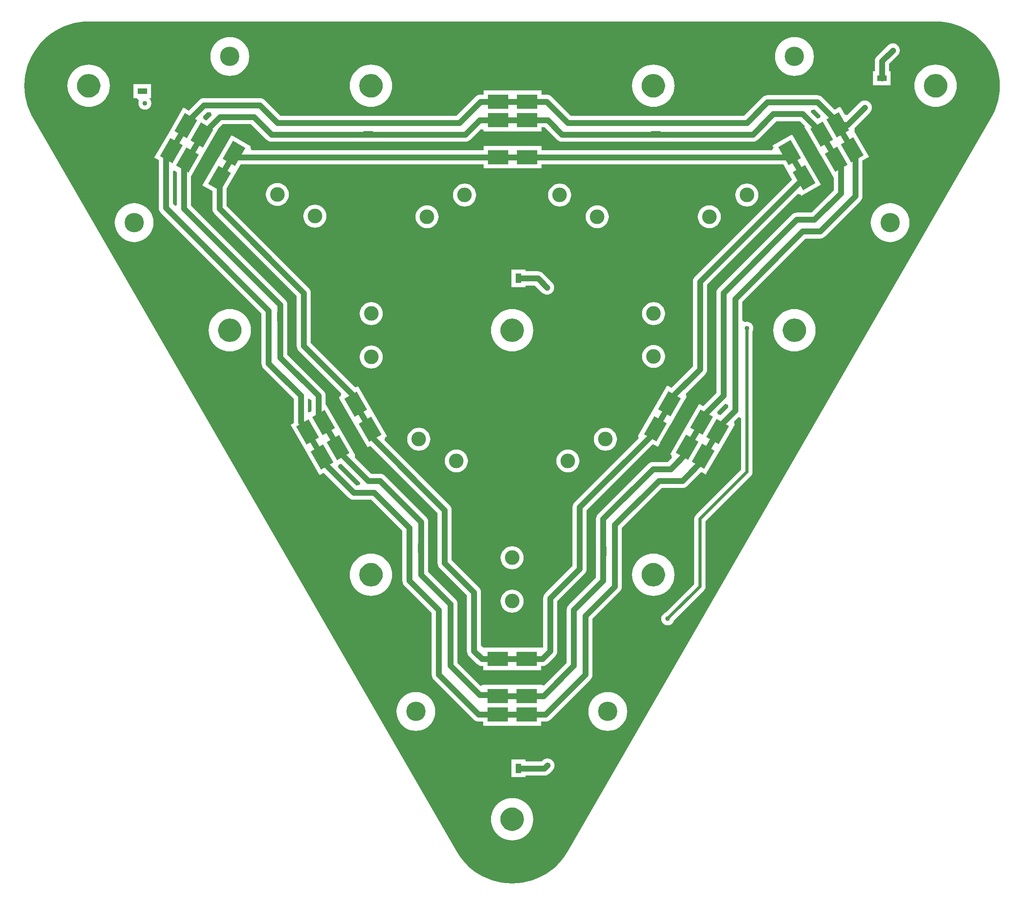
<source format=gbl>
%FSLAX25Y25*%
%MOIN*%
G70*
G01*
G75*
G04 Layer_Physical_Order=2*
G04 Layer_Color=65280*
%ADD10P,0.08352X4X90.0*%
%ADD11P,0.08352X4X180.0*%
%ADD12C,0.05000*%
%ADD13C,0.02500*%
%ADD14C,0.16500*%
%ADD15C,0.04000*%
%ADD16C,0.12500*%
%ADD17R,0.05000X0.08000*%
%ADD18R,0.08000X0.05000*%
G04:AMPARAMS|DCode=19|XSize=122.05mil|YSize=177.16mil|CornerRadius=0mil|HoleSize=0mil|Usage=FLASHONLY|Rotation=210.000|XOffset=0mil|YOffset=0mil|HoleType=Round|Shape=Rectangle|*
%AMROTATEDRECTD19*
4,1,4,0.00856,0.10723,0.09714,-0.04620,-0.00856,-0.10723,-0.09714,0.04620,0.00856,0.10723,0.0*
%
%ADD19ROTATEDRECTD19*%

G04:AMPARAMS|DCode=20|XSize=122.05mil|YSize=177.16mil|CornerRadius=0mil|HoleSize=0mil|Usage=FLASHONLY|Rotation=150.000|XOffset=0mil|YOffset=0mil|HoleType=Round|Shape=Rectangle|*
%AMROTATEDRECTD20*
4,1,4,0.09714,0.04620,0.00856,-0.10723,-0.09714,-0.04620,-0.00856,0.10723,0.09714,0.04620,0.0*
%
%ADD20ROTATEDRECTD20*%

%ADD21R,0.17716X0.12205*%
G36*
X1285056Y1088679D02*
X1289325Y1088174D01*
X1293541Y1087335D01*
X1297679Y1086168D01*
X1301712Y1084680D01*
X1305616Y1082880D01*
X1309367Y1080780D01*
X1312941Y1078391D01*
X1316318Y1075730D01*
X1319475Y1072812D01*
X1322393Y1069655D01*
X1325054Y1066279D01*
X1327442Y1062704D01*
X1329543Y1058953D01*
X1331343Y1055049D01*
X1332831Y1051016D01*
X1333998Y1046878D01*
X1334836Y1042662D01*
X1335342Y1038393D01*
X1335511Y1034097D01*
X1335342Y1029801D01*
X1334836Y1025532D01*
X1333998Y1021316D01*
X1332831Y1017178D01*
X1331343Y1013145D01*
X1329543Y1009241D01*
X1328143Y1006740D01*
X1328143Y1006740D01*
X1328147Y1006724D01*
X967403Y381897D01*
X967393Y381903D01*
X966693Y380653D01*
X964304Y377078D01*
X961643Y373702D01*
X958724Y370545D01*
X955568Y367627D01*
X952192Y364966D01*
X948617Y362577D01*
X944866Y360476D01*
X940962Y358677D01*
X936929Y357189D01*
X932791Y356022D01*
X928575Y355183D01*
X924306Y354678D01*
X920010Y354509D01*
X915714Y354678D01*
X911445Y355183D01*
X907228Y356022D01*
X903091Y357189D01*
X899058Y358677D01*
X895153Y360476D01*
X891403Y362577D01*
X887828Y364966D01*
X884452Y367627D01*
X881295Y370545D01*
X878377Y373702D01*
X875716Y377078D01*
X873327Y380653D01*
X872627Y381903D01*
X872627D01*
X872610Y381908D01*
X511866Y1006734D01*
X511877Y1006740D01*
X511854Y1006780D01*
D01*
X511854Y1006780D01*
X511854Y1006781D01*
D01*
D01*
D01*
D01*
X511854Y1006780D01*
X510476Y1009241D01*
X508677Y1013145D01*
X507189Y1017178D01*
X506022Y1021316D01*
X505183Y1025532D01*
X504678Y1029801D01*
X504509Y1034097D01*
X504678Y1038393D01*
X505183Y1042662D01*
X506022Y1046878D01*
X507189Y1051016D01*
X508677Y1055049D01*
X510476Y1058953D01*
X512577Y1062704D01*
X514965Y1066279D01*
X517627Y1069655D01*
X520545Y1072812D01*
X523702Y1075730D01*
X527078Y1078391D01*
X530653Y1080780D01*
X534403Y1082880D01*
X538308Y1084680D01*
X542341Y1086168D01*
X546479Y1087335D01*
X550695Y1088174D01*
X554964Y1088679D01*
X559110Y1088842D01*
X559260Y1088822D01*
X1280760D01*
X1280909Y1088842D01*
X1285056Y1088679D01*
D02*
G37*
%LPC*%
G36*
X1160510Y843857D02*
X1158155Y843702D01*
X1155841Y843242D01*
X1153607Y842484D01*
X1151490Y841440D01*
X1149529Y840129D01*
X1147755Y838573D01*
X1146199Y836799D01*
X1144888Y834837D01*
X1143844Y832721D01*
X1143086Y830487D01*
X1142626Y828172D01*
X1142471Y825818D01*
X1142626Y823464D01*
X1143086Y821149D01*
X1143844Y818915D01*
X1144888Y816799D01*
X1146199Y814837D01*
X1147755Y813063D01*
X1149529Y811507D01*
X1151490Y810196D01*
X1153607Y809153D01*
X1155841Y808394D01*
X1158155Y807934D01*
X1160510Y807779D01*
X1162864Y807934D01*
X1165178Y808394D01*
X1167413Y809153D01*
X1169529Y810196D01*
X1171491Y811507D01*
X1173265Y813063D01*
X1174821Y814837D01*
X1176132Y816799D01*
X1177175Y818915D01*
X1177934Y821149D01*
X1178394Y823464D01*
X1178548Y825818D01*
X1178394Y828172D01*
X1177934Y830487D01*
X1177175Y832721D01*
X1176132Y834837D01*
X1174821Y836799D01*
X1173265Y838573D01*
X1171491Y840129D01*
X1169529Y841440D01*
X1167413Y842484D01*
X1165178Y843242D01*
X1162864Y843702D01*
X1160510Y843857D01*
D02*
G37*
G36*
X679510D02*
X677155Y843702D01*
X674841Y843242D01*
X672607Y842484D01*
X670491Y841440D01*
X668529Y840129D01*
X666755Y838573D01*
X665199Y836799D01*
X663888Y834837D01*
X662844Y832721D01*
X662086Y830487D01*
X661625Y828172D01*
X661471Y825818D01*
X661625Y823464D01*
X662086Y821149D01*
X662844Y818915D01*
X663888Y816799D01*
X665199Y814837D01*
X666755Y813063D01*
X668529Y811507D01*
X670491Y810196D01*
X672607Y809153D01*
X674841Y808394D01*
X677155Y807934D01*
X679510Y807779D01*
X681864Y807934D01*
X684178Y808394D01*
X686413Y809153D01*
X688529Y810196D01*
X690491Y811507D01*
X692265Y813063D01*
X693821Y814837D01*
X695132Y816799D01*
X696175Y818915D01*
X696934Y821149D01*
X697394Y823464D01*
X697548Y825818D01*
X697394Y828172D01*
X696934Y830487D01*
X696175Y832721D01*
X695132Y834837D01*
X693821Y836799D01*
X692265Y838573D01*
X690491Y840129D01*
X688529Y841440D01*
X686413Y842484D01*
X684178Y843242D01*
X681864Y843702D01*
X679510Y843857D01*
D02*
G37*
G36*
X598000Y934051D02*
X595411Y933847D01*
X592885Y933241D01*
X590486Y932247D01*
X588272Y930890D01*
X586297Y929203D01*
X584610Y927228D01*
X583253Y925014D01*
X582259Y922615D01*
X581653Y920089D01*
X581449Y917500D01*
X581653Y914911D01*
X582259Y912385D01*
X583253Y909986D01*
X584610Y907772D01*
X586297Y905797D01*
X588272Y904110D01*
X590486Y902753D01*
X592885Y901759D01*
X595411Y901153D01*
X598000Y900949D01*
X600589Y901153D01*
X603115Y901759D01*
X605514Y902753D01*
X607728Y904110D01*
X609703Y905797D01*
X611390Y907772D01*
X612747Y909986D01*
X613741Y912385D01*
X614347Y914911D01*
X614551Y917500D01*
X614347Y920089D01*
X613741Y922615D01*
X612747Y925014D01*
X611390Y927228D01*
X609703Y929203D01*
X607728Y930890D01*
X605514Y932247D01*
X603115Y933241D01*
X600589Y933847D01*
X598000Y934051D01*
D02*
G37*
G36*
X612500Y1035500D02*
X597500D01*
Y1023500D01*
X600352D01*
X601080Y1022941D01*
X602096Y1021421D01*
X601774Y1020645D01*
X601585Y1019210D01*
X601774Y1017774D01*
X602328Y1016436D01*
X603210Y1015287D01*
X604359Y1014405D01*
X605697Y1013851D01*
X607133Y1013662D01*
X608568Y1013851D01*
X609906Y1014405D01*
X611055Y1015287D01*
X611937Y1016436D01*
X612491Y1017774D01*
X612680Y1019210D01*
X612491Y1020645D01*
X611937Y1021983D01*
X611055Y1023132D01*
X611180Y1023500D01*
X612500D01*
Y1035500D01*
D02*
G37*
G36*
X1242000Y934051D02*
X1239411Y933847D01*
X1236885Y933241D01*
X1234486Y932247D01*
X1232272Y930890D01*
X1230297Y929203D01*
X1228610Y927228D01*
X1227253Y925014D01*
X1226259Y922615D01*
X1225653Y920089D01*
X1225449Y917500D01*
X1225653Y914911D01*
X1226259Y912385D01*
X1227253Y909986D01*
X1228610Y907772D01*
X1230297Y905797D01*
X1232272Y904110D01*
X1234486Y902753D01*
X1236885Y901759D01*
X1239411Y901153D01*
X1242000Y900949D01*
X1244589Y901153D01*
X1247115Y901759D01*
X1249514Y902753D01*
X1251728Y904110D01*
X1253703Y905797D01*
X1255390Y907772D01*
X1256747Y909986D01*
X1257741Y912385D01*
X1258347Y914911D01*
X1258551Y917500D01*
X1258347Y920089D01*
X1257741Y922615D01*
X1256747Y925014D01*
X1255390Y927228D01*
X1253703Y929203D01*
X1251728Y930890D01*
X1249514Y932247D01*
X1247115Y933241D01*
X1244589Y933847D01*
X1242000Y934051D01*
D02*
G37*
G36*
X1040260Y635577D02*
X1037905Y635423D01*
X1035591Y634963D01*
X1033357Y634204D01*
X1031240Y633161D01*
X1029279Y631850D01*
X1027505Y630294D01*
X1025949Y628520D01*
X1024638Y626558D01*
X1023594Y624442D01*
X1022836Y622208D01*
X1022375Y619893D01*
X1022221Y617539D01*
X1022375Y615184D01*
X1022836Y612870D01*
X1023594Y610636D01*
X1024638Y608520D01*
X1025949Y606558D01*
X1027505Y604784D01*
X1029279Y603228D01*
X1031240Y601917D01*
X1033357Y600873D01*
X1035591Y600115D01*
X1037905Y599655D01*
X1040260Y599500D01*
X1042614Y599655D01*
X1044928Y600115D01*
X1047163Y600873D01*
X1049279Y601917D01*
X1051241Y603228D01*
X1053015Y604784D01*
X1054571Y606558D01*
X1055882Y608520D01*
X1056925Y610636D01*
X1057684Y612870D01*
X1058144Y615184D01*
X1058298Y617539D01*
X1058144Y619893D01*
X1057684Y622208D01*
X1056925Y624442D01*
X1055882Y626558D01*
X1054571Y628520D01*
X1053015Y630294D01*
X1051241Y631850D01*
X1049279Y633161D01*
X1047163Y634204D01*
X1044928Y634963D01*
X1042614Y635423D01*
X1040260Y635577D01*
D02*
G37*
G36*
X950000Y461029D02*
X948824Y460913D01*
X947693Y460570D01*
X946650Y460013D01*
X945737Y459263D01*
X945003Y458529D01*
X931500D01*
Y460000D01*
X919500D01*
Y452795D01*
X919471Y452500D01*
X919500Y452205D01*
Y445000D01*
X931500D01*
Y446471D01*
X947500D01*
X948676Y446587D01*
X949807Y446930D01*
Y446930D01*
X949807D01*
X949807Y446930D01*
X949807D01*
Y446930D01*
D01*
D01*
D01*
Y446930D01*
D01*
D01*
D01*
D01*
D01*
Y446930D01*
D01*
D01*
X949807D01*
D01*
X950850Y447487D01*
X951763Y448237D01*
Y448237D01*
X951763D01*
D01*
D01*
D01*
D01*
D01*
D01*
X951763D01*
D01*
X951763D01*
Y448237D01*
D01*
D01*
D01*
D01*
Y448237D01*
D01*
D01*
D01*
Y448237D01*
D01*
D01*
X951763D01*
D01*
D01*
D01*
D01*
D01*
X954263Y450737D01*
X955013Y451650D01*
X955570Y452693D01*
X955913Y453824D01*
X956029Y455000D01*
X955913Y456176D01*
X955570Y457307D01*
X955013Y458350D01*
X954263Y459263D01*
X953349Y460013D01*
X952307Y460570D01*
X951176Y460913D01*
X950000Y461029D01*
D02*
G37*
G36*
X920010Y427298D02*
X917655Y427144D01*
X915341Y426684D01*
X913107Y425925D01*
X910991Y424882D01*
X909029Y423571D01*
X907255Y422015D01*
X905699Y420241D01*
X904388Y418279D01*
X903344Y416163D01*
X902586Y413929D01*
X902125Y411614D01*
X901971Y409260D01*
X902125Y406905D01*
X902586Y404591D01*
X903344Y402357D01*
X904388Y400241D01*
X905699Y398279D01*
X907255Y396505D01*
X909029Y394949D01*
X910991Y393638D01*
X913107Y392594D01*
X915341Y391836D01*
X917655Y391375D01*
X920010Y391221D01*
X922364Y391375D01*
X924679Y391836D01*
X926913Y392594D01*
X929029Y393638D01*
X930991Y394949D01*
X932765Y396505D01*
X934321Y398279D01*
X935632Y400241D01*
X936675Y402357D01*
X937434Y404591D01*
X937894Y406905D01*
X938048Y409260D01*
X937894Y411614D01*
X937434Y413929D01*
X936675Y416163D01*
X935632Y418279D01*
X934321Y420241D01*
X932765Y422015D01*
X930991Y423571D01*
X929029Y424882D01*
X926913Y425925D01*
X924679Y426684D01*
X922364Y427144D01*
X920010Y427298D01*
D02*
G37*
G36*
X838000Y517551D02*
X835411Y517347D01*
X832885Y516741D01*
X830486Y515747D01*
X828272Y514390D01*
X826297Y512703D01*
X824610Y510728D01*
X823253Y508514D01*
X822259Y506114D01*
X821653Y503589D01*
X821449Y501000D01*
X821653Y498411D01*
X822259Y495886D01*
X823253Y493486D01*
X824610Y491272D01*
X826297Y489297D01*
X828272Y487610D01*
X830486Y486253D01*
X832885Y485259D01*
X835411Y484653D01*
X838000Y484449D01*
X840589Y484653D01*
X843115Y485259D01*
X845514Y486253D01*
X847728Y487610D01*
X849703Y489297D01*
X851390Y491272D01*
X852747Y493486D01*
X853741Y495886D01*
X854347Y498411D01*
X854551Y501000D01*
X854347Y503589D01*
X853741Y506114D01*
X852747Y508514D01*
X851390Y510728D01*
X849703Y512703D01*
X847728Y514390D01*
X845514Y515747D01*
X843115Y516741D01*
X840589Y517347D01*
X838000Y517551D01*
D02*
G37*
G36*
X799760Y635577D02*
X797405Y635423D01*
X795091Y634963D01*
X792857Y634204D01*
X790740Y633161D01*
X788779Y631850D01*
X787005Y630294D01*
X785449Y628520D01*
X784138Y626558D01*
X783094Y624442D01*
X782336Y622208D01*
X781876Y619893D01*
X781721Y617539D01*
X781876Y615184D01*
X782336Y612870D01*
X783094Y610636D01*
X784138Y608520D01*
X785449Y606558D01*
X787005Y604784D01*
X788779Y603228D01*
X790740Y601917D01*
X792857Y600873D01*
X795091Y600115D01*
X797405Y599655D01*
X799760Y599500D01*
X802114Y599655D01*
X804428Y600115D01*
X806663Y600873D01*
X808779Y601917D01*
X810741Y603228D01*
X812515Y604784D01*
X814071Y606558D01*
X815382Y608520D01*
X816425Y610636D01*
X817184Y612870D01*
X817644Y615184D01*
X817798Y617539D01*
X817644Y619893D01*
X817184Y622208D01*
X816425Y624442D01*
X815382Y626558D01*
X814071Y628520D01*
X812515Y630294D01*
X810741Y631850D01*
X808779Y633161D01*
X806663Y634204D01*
X804428Y634963D01*
X802114Y635423D01*
X799760Y635577D01*
D02*
G37*
G36*
X1001500Y517551D02*
X998911Y517347D01*
X996385Y516741D01*
X993986Y515747D01*
X991772Y514390D01*
X989797Y512703D01*
X988110Y510728D01*
X986753Y508514D01*
X985759Y506114D01*
X985153Y503589D01*
X984949Y501000D01*
X985153Y498411D01*
X985759Y495886D01*
X986753Y493486D01*
X988110Y491272D01*
X989797Y489297D01*
X991772Y487610D01*
X993986Y486253D01*
X996385Y485259D01*
X998911Y484653D01*
X1001500Y484449D01*
X1004089Y484653D01*
X1006615Y485259D01*
X1009014Y486253D01*
X1011228Y487610D01*
X1013203Y489297D01*
X1014890Y491272D01*
X1016247Y493486D01*
X1017241Y495886D01*
X1017847Y498411D01*
X1018051Y501000D01*
X1017847Y503589D01*
X1017241Y506114D01*
X1016247Y508514D01*
X1014890Y510728D01*
X1013203Y512703D01*
X1011228Y514390D01*
X1009014Y515747D01*
X1006615Y516741D01*
X1004089Y517347D01*
X1001500Y517551D01*
D02*
G37*
G36*
X559260Y1052136D02*
X556905Y1051981D01*
X554591Y1051521D01*
X552357Y1050763D01*
X550241Y1049719D01*
X548279Y1048408D01*
X546505Y1046852D01*
X544949Y1045078D01*
X543638Y1043116D01*
X542594Y1041000D01*
X541836Y1038766D01*
X541375Y1036452D01*
X541221Y1034097D01*
X541375Y1031743D01*
X541836Y1029428D01*
X542594Y1027194D01*
X543638Y1025078D01*
X544949Y1023116D01*
X546505Y1021342D01*
X548279Y1019786D01*
X550241Y1018475D01*
X552357Y1017432D01*
X554591Y1016673D01*
X556905Y1016213D01*
X559260Y1016059D01*
X561614Y1016213D01*
X563929Y1016673D01*
X566163Y1017432D01*
X568279Y1018475D01*
X570241Y1019786D01*
X572015Y1021342D01*
X573571Y1023116D01*
X574882Y1025078D01*
X575925Y1027194D01*
X576684Y1029428D01*
X577144Y1031743D01*
X577298Y1034097D01*
X577144Y1036452D01*
X576684Y1038766D01*
X575925Y1041000D01*
X574882Y1043116D01*
X573571Y1045078D01*
X572015Y1046852D01*
X570241Y1048408D01*
X568279Y1049719D01*
X566163Y1050763D01*
X563929Y1051521D01*
X561614Y1051981D01*
X559260Y1052136D01*
D02*
G37*
G36*
X944965Y1030098D02*
X895642D01*
Y1026525D01*
X892996D01*
X891820Y1026409D01*
X890689Y1026066D01*
X889647Y1025509D01*
X888733Y1024759D01*
X872503Y1008529D01*
X722497D01*
X709263Y1021763D01*
X708350Y1022513D01*
X707307Y1023070D01*
X706176Y1023413D01*
X705000Y1023529D01*
X657500D01*
X657500Y1023529D01*
X656324Y1023413D01*
X655193Y1023070D01*
X654150Y1022513D01*
X653237Y1021763D01*
X653237Y1021763D01*
X644420Y1012946D01*
X641421Y1014678D01*
D01*
X639890Y1015561D01*
X639006Y1014030D01*
D01*
X627587Y994252D01*
X627587Y994252D01*
X627587Y994252D01*
X627587Y994252D01*
X615229Y972847D01*
X618971Y970686D01*
Y930000D01*
X618971Y930000D01*
X618971D01*
X619087Y928824D01*
X619430Y927693D01*
X619430Y927693D01*
X619430Y927693D01*
X619987Y926650D01*
X620737Y925737D01*
Y925737D01*
D01*
D01*
X620737Y925737D01*
Y925737D01*
X620737Y925737D01*
X706471Y840003D01*
Y797500D01*
X706587Y796324D01*
X706930Y795193D01*
X707487Y794150D01*
X708237Y793237D01*
X733971Y767503D01*
Y747500D01*
X733971Y747500D01*
X733971D01*
X734051Y746685D01*
X731287Y745089D01*
X743645Y723684D01*
X743645Y723684D01*
X743645Y723684D01*
Y723684D01*
X755065Y703905D01*
D01*
X755949Y702374D01*
X757480Y703258D01*
D01*
X759531Y704443D01*
X780737Y683237D01*
Y683237D01*
X780737D01*
Y683237D01*
X780737Y683237D01*
X781650Y682487D01*
X782693Y681930D01*
X783824Y681587D01*
X785000Y681471D01*
X800003D01*
X826471Y655003D01*
Y612500D01*
X826471Y612500D01*
X826471D01*
X826587Y611324D01*
X826930Y610193D01*
X826930Y610193D01*
X826930Y610193D01*
X827487Y609151D01*
X828237Y608237D01*
X828237Y608237D01*
X828237Y608237D01*
X851471Y585003D01*
Y532500D01*
X851471Y532500D01*
X851471D01*
X851587Y531324D01*
X851930Y530193D01*
X851930Y530193D01*
X851930Y530193D01*
X852487Y529150D01*
X853237Y528237D01*
Y528237D01*
D01*
D01*
X853237Y528237D01*
Y528237D01*
X853237Y528237D01*
X887237Y494237D01*
Y494237D01*
D01*
D01*
X887237Y494237D01*
Y494237D01*
D01*
Y494237D01*
X887237Y494237D01*
X888150Y493487D01*
X889193Y492930D01*
D01*
X889193D01*
X889193Y492930D01*
D01*
D01*
D01*
X889193D01*
D01*
D01*
X889193D01*
D01*
D01*
Y492930D01*
X890324Y492587D01*
X891500Y492471D01*
X895535D01*
Y488898D01*
X944858D01*
Y492471D01*
X948500D01*
X949676Y492587D01*
X950807Y492930D01*
X951850Y493487D01*
X952763Y494237D01*
X986763Y528237D01*
X987513Y529150D01*
X988070Y530193D01*
X988413Y531324D01*
X988529Y532500D01*
Y580003D01*
X1011763Y603237D01*
X1012513Y604150D01*
X1013070Y605193D01*
X1013413Y606324D01*
X1013529Y607500D01*
Y657503D01*
X1047497Y691471D01*
X1065000D01*
X1066176Y691587D01*
X1067307Y691930D01*
Y691930D01*
X1067307D01*
X1067307Y691930D01*
X1067307D01*
Y691930D01*
D01*
D01*
D01*
Y691930D01*
D01*
D01*
D01*
D01*
D01*
Y691930D01*
D01*
D01*
X1067307D01*
D01*
X1068350Y692487D01*
X1069263Y693237D01*
Y693237D01*
X1069263D01*
D01*
D01*
D01*
D01*
D01*
D01*
X1069263D01*
D01*
X1069263D01*
Y693237D01*
D01*
D01*
D01*
D01*
Y693237D01*
D01*
D01*
D01*
Y693237D01*
D01*
D01*
X1069263D01*
D01*
D01*
D01*
D01*
D01*
X1081084Y705057D01*
X1083441Y703696D01*
D01*
X1084972Y702812D01*
X1085856Y704344D01*
D01*
X1097275Y724122D01*
Y724122D01*
X1097275D01*
X1097275D01*
Y724122D01*
D01*
D01*
D01*
D01*
D01*
D01*
X1097275D01*
Y724122D01*
D01*
D01*
D01*
D01*
D01*
D01*
D01*
D01*
D01*
Y724122D01*
X1097275D01*
D01*
D01*
D01*
X1109633Y745527D01*
X1109459Y745628D01*
X1109133Y748106D01*
X1112899Y751873D01*
X1115209Y750916D01*
Y706985D01*
X1076612Y668388D01*
X1075851Y667395D01*
X1075711Y667057D01*
X1075372Y666240D01*
X1075209Y665000D01*
Y609484D01*
X1051086Y585361D01*
X1051064Y585358D01*
X1049726Y584804D01*
X1048577Y583923D01*
X1047696Y582774D01*
X1047142Y581436D01*
X1046953Y580000D01*
X1047142Y578564D01*
X1047696Y577226D01*
X1048577Y576077D01*
X1049726Y575196D01*
X1051064Y574642D01*
X1052500Y574452D01*
X1053936Y574642D01*
X1055274Y575196D01*
X1056423Y576077D01*
X1057304Y577226D01*
X1057858Y578564D01*
X1057861Y578586D01*
X1083388Y604112D01*
X1084149Y605104D01*
X1084628Y606260D01*
X1084791Y607500D01*
D01*
D01*
D01*
D01*
D01*
X1084791D01*
D01*
D01*
D01*
Y607500D01*
X1084791D01*
D01*
Y607500D01*
D01*
D01*
D01*
D01*
D01*
D01*
D01*
D01*
D01*
D01*
D01*
D01*
Y607500D01*
D01*
X1084791D01*
D01*
D01*
D01*
D01*
X1084791Y607500D01*
Y663016D01*
X1123388Y701612D01*
X1124149Y702604D01*
X1124628Y703760D01*
X1124791Y705000D01*
D01*
D01*
D01*
D01*
D01*
X1124791D01*
D01*
D01*
D01*
Y705000D01*
X1124791D01*
D01*
Y705000D01*
D01*
D01*
D01*
D01*
D01*
D01*
D01*
D01*
D01*
D01*
D01*
D01*
Y705000D01*
D01*
X1124791D01*
D01*
D01*
D01*
D01*
X1124791Y705000D01*
Y824709D01*
X1124804Y824726D01*
X1125358Y826064D01*
X1125548Y827500D01*
X1125358Y828936D01*
X1124804Y830274D01*
X1123923Y831423D01*
X1122774Y832304D01*
X1121436Y832858D01*
X1120000Y833047D01*
X1118564Y832858D01*
X1118108Y832669D01*
X1116029Y834058D01*
Y850003D01*
X1169997Y903971D01*
X1182500D01*
X1183676Y904087D01*
X1184807Y904430D01*
Y904430D01*
X1184807D01*
X1184807Y904430D01*
X1184807D01*
Y904430D01*
D01*
D01*
D01*
Y904430D01*
D01*
D01*
D01*
D01*
D01*
Y904430D01*
D01*
D01*
X1184807D01*
D01*
X1185850Y904987D01*
X1186763Y905737D01*
Y905737D01*
X1186763D01*
D01*
D01*
D01*
D01*
D01*
D01*
X1186763D01*
D01*
X1186763D01*
Y905737D01*
D01*
D01*
D01*
D01*
Y905737D01*
D01*
D01*
D01*
Y905737D01*
D01*
D01*
X1186763D01*
D01*
D01*
D01*
X1216763Y935737D01*
Y935737D01*
D01*
D01*
D01*
X1216763Y935737D01*
D01*
Y935737D01*
D01*
D01*
D01*
D01*
X1216763D01*
Y935737D01*
D01*
D01*
D01*
X1216763D01*
D01*
D01*
Y935737D01*
D01*
D01*
D01*
Y935737D01*
D01*
D01*
X1216763D01*
D01*
X1216763Y935737D01*
D01*
D01*
X1217513Y936650D01*
X1218070Y937693D01*
Y937693D01*
X1218070D01*
D01*
D01*
D01*
D01*
X1218070D01*
D01*
D01*
D01*
Y937693D01*
X1218070D01*
D01*
Y937693D01*
D01*
D01*
D01*
D01*
D01*
D01*
D01*
D01*
D01*
D01*
D01*
D01*
Y937693D01*
D01*
X1218070D01*
D01*
D01*
D01*
D01*
X1218070Y937693D01*
X1218413Y938824D01*
X1218529Y940000D01*
X1218529Y940000D01*
Y970335D01*
X1224075Y973537D01*
X1211716Y994942D01*
X1211716Y994942D01*
D01*
D01*
D01*
D01*
D01*
D01*
D01*
D01*
D01*
D01*
D01*
D01*
D01*
D01*
X1211716Y994942D01*
D01*
D01*
D01*
D01*
D01*
D01*
X1211716Y998190D01*
X1224712Y1011186D01*
X1225462Y1012099D01*
X1226019Y1013142D01*
X1226362Y1014272D01*
X1226478Y1015449D01*
X1226362Y1016625D01*
X1226019Y1017756D01*
X1225462Y1018798D01*
X1224712Y1019712D01*
X1223798Y1020462D01*
X1222756Y1021019D01*
X1221625Y1021362D01*
X1220449Y1021478D01*
X1219273Y1021362D01*
X1218141Y1021019D01*
X1217099Y1020462D01*
X1216186Y1019712D01*
X1205738Y1009264D01*
X1203259Y1009590D01*
X1200297Y1014721D01*
D01*
X1199413Y1016252D01*
X1197882Y1015368D01*
D01*
X1194887Y1013639D01*
X1184263Y1024263D01*
X1183350Y1025013D01*
X1182307Y1025570D01*
X1181176Y1025913D01*
X1180000Y1026029D01*
X1137500D01*
X1136324Y1025913D01*
X1135193Y1025570D01*
X1134150Y1025013D01*
X1133237Y1024263D01*
X1117503Y1008529D01*
X969997D01*
X953767Y1024759D01*
D01*
X953767Y1024759D01*
D01*
D01*
D01*
X953767Y1024759D01*
X953767Y1024759D01*
X952853Y1025509D01*
X951811Y1026066D01*
D01*
D01*
Y1026066D01*
X951811D01*
D01*
D01*
D01*
D01*
X951811D01*
Y1026066D01*
D01*
D01*
D01*
X951811Y1026066D01*
D01*
X951811D01*
X951811Y1026066D01*
X951811Y1026066D01*
X950680Y1026409D01*
X949504Y1026525D01*
X944965D01*
Y1030098D01*
D02*
G37*
G36*
X1244276Y1070305D02*
X1243100Y1070189D01*
X1241969Y1069846D01*
X1240926Y1069289D01*
X1240013Y1068539D01*
X1230737Y1059263D01*
X1229987Y1058350D01*
X1229430Y1057307D01*
X1229087Y1056176D01*
X1228971Y1055000D01*
Y1046500D01*
X1227500D01*
Y1034500D01*
X1234705D01*
X1235000Y1034471D01*
X1235295Y1034500D01*
X1242500D01*
Y1046500D01*
X1241029D01*
Y1052503D01*
X1248539Y1060013D01*
X1249289Y1060926D01*
X1249846Y1061969D01*
X1250189Y1063100D01*
X1250305Y1064276D01*
X1250189Y1065452D01*
X1249846Y1066583D01*
X1249289Y1067626D01*
X1248539Y1068539D01*
X1247626Y1069289D01*
X1246583Y1069846D01*
X1245452Y1070189D01*
X1244276Y1070305D01*
D02*
G37*
G36*
X1040260Y1052136D02*
X1037905Y1051981D01*
X1035591Y1051521D01*
X1033357Y1050763D01*
X1031240Y1049719D01*
X1029279Y1048408D01*
X1027505Y1046852D01*
X1025949Y1045078D01*
X1024638Y1043116D01*
X1023594Y1041000D01*
X1022836Y1038766D01*
X1022375Y1036452D01*
X1022221Y1034097D01*
X1022375Y1031743D01*
X1022836Y1029428D01*
X1023594Y1027194D01*
X1024638Y1025078D01*
X1025949Y1023116D01*
X1027505Y1021342D01*
X1029279Y1019786D01*
X1031240Y1018475D01*
X1033357Y1017432D01*
X1035591Y1016673D01*
X1037905Y1016213D01*
X1040260Y1016059D01*
X1042614Y1016213D01*
X1044928Y1016673D01*
X1047163Y1017432D01*
X1049279Y1018475D01*
X1051241Y1019786D01*
X1053015Y1021342D01*
X1054571Y1023116D01*
X1055882Y1025078D01*
X1056925Y1027194D01*
X1057684Y1029428D01*
X1058144Y1031743D01*
X1058298Y1034097D01*
X1058144Y1036452D01*
X1057684Y1038766D01*
X1056925Y1041000D01*
X1055882Y1043116D01*
X1054571Y1045078D01*
X1053015Y1046852D01*
X1051241Y1048408D01*
X1049279Y1049719D01*
X1047163Y1050763D01*
X1044928Y1051521D01*
X1042614Y1051981D01*
X1040260Y1052136D01*
D02*
G37*
G36*
X1280760D02*
X1278405Y1051981D01*
X1276091Y1051521D01*
X1273857Y1050763D01*
X1271741Y1049719D01*
X1269779Y1048408D01*
X1268005Y1046852D01*
X1266449Y1045078D01*
X1265138Y1043116D01*
X1264094Y1041000D01*
X1263336Y1038766D01*
X1262875Y1036452D01*
X1262721Y1034097D01*
X1262875Y1031743D01*
X1263336Y1029428D01*
X1264094Y1027194D01*
X1265138Y1025078D01*
X1266449Y1023116D01*
X1268005Y1021342D01*
X1269779Y1019786D01*
X1271741Y1018475D01*
X1273857Y1017432D01*
X1276091Y1016673D01*
X1278405Y1016213D01*
X1280760Y1016059D01*
X1283114Y1016213D01*
X1285429Y1016673D01*
X1287663Y1017432D01*
X1289779Y1018475D01*
X1291741Y1019786D01*
X1293515Y1021342D01*
X1295071Y1023116D01*
X1296382Y1025078D01*
X1297425Y1027194D01*
X1298184Y1029428D01*
X1298644Y1031743D01*
X1298798Y1034097D01*
X1298644Y1036452D01*
X1298184Y1038766D01*
X1297425Y1041000D01*
X1296382Y1043116D01*
X1295071Y1045078D01*
X1293515Y1046852D01*
X1291741Y1048408D01*
X1289779Y1049719D01*
X1287663Y1050763D01*
X1285429Y1051521D01*
X1283114Y1051981D01*
X1280760Y1052136D01*
D02*
G37*
G36*
X1160500Y1075551D02*
X1157911Y1075347D01*
X1155385Y1074741D01*
X1152986Y1073747D01*
X1150772Y1072390D01*
X1148797Y1070703D01*
X1147110Y1068728D01*
X1145753Y1066514D01*
X1144759Y1064115D01*
X1144153Y1061589D01*
X1143949Y1059000D01*
X1144153Y1056411D01*
X1144759Y1053885D01*
X1145753Y1051486D01*
X1147110Y1049272D01*
X1148797Y1047297D01*
X1150772Y1045610D01*
X1152986Y1044253D01*
X1155385Y1043259D01*
X1157911Y1042653D01*
X1160500Y1042449D01*
X1163089Y1042653D01*
X1165615Y1043259D01*
X1168014Y1044253D01*
X1170228Y1045610D01*
X1172203Y1047297D01*
X1173890Y1049272D01*
X1175247Y1051486D01*
X1176241Y1053885D01*
X1176847Y1056411D01*
X1177051Y1059000D01*
X1176847Y1061589D01*
X1176241Y1064115D01*
X1175247Y1066514D01*
X1173890Y1068728D01*
X1172203Y1070703D01*
X1170228Y1072390D01*
X1168014Y1073747D01*
X1165615Y1074741D01*
X1163089Y1075347D01*
X1160500Y1075551D01*
D02*
G37*
G36*
X799760Y1052136D02*
X797405Y1051981D01*
X795091Y1051521D01*
X792857Y1050763D01*
X790740Y1049719D01*
X788779Y1048408D01*
X787005Y1046852D01*
X785449Y1045078D01*
X784138Y1043116D01*
X783094Y1041000D01*
X782336Y1038766D01*
X781876Y1036452D01*
X781721Y1034097D01*
X781876Y1031743D01*
X782336Y1029428D01*
X783094Y1027194D01*
X784138Y1025078D01*
X785449Y1023116D01*
X787005Y1021342D01*
X788779Y1019786D01*
X790740Y1018475D01*
X792857Y1017432D01*
X795091Y1016673D01*
X797405Y1016213D01*
X799760Y1016059D01*
X802114Y1016213D01*
X804428Y1016673D01*
X806663Y1017432D01*
X808779Y1018475D01*
X810741Y1019786D01*
X812515Y1021342D01*
X814071Y1023116D01*
X815382Y1025078D01*
X816425Y1027194D01*
X817184Y1029428D01*
X817644Y1031743D01*
X817798Y1034097D01*
X817644Y1036452D01*
X817184Y1038766D01*
X816425Y1041000D01*
X815382Y1043116D01*
X814071Y1045078D01*
X812515Y1046852D01*
X810741Y1048408D01*
X808779Y1049719D01*
X806663Y1050763D01*
X804428Y1051521D01*
X802114Y1051981D01*
X799760Y1052136D01*
D02*
G37*
G36*
X679500Y1075551D02*
X676911Y1075347D01*
X674385Y1074741D01*
X671986Y1073747D01*
X669772Y1072390D01*
X667797Y1070703D01*
X666110Y1068728D01*
X664753Y1066514D01*
X663759Y1064115D01*
X663153Y1061589D01*
X662949Y1059000D01*
X663153Y1056411D01*
X663759Y1053885D01*
X664753Y1051486D01*
X666110Y1049272D01*
X667797Y1047297D01*
X669772Y1045610D01*
X671986Y1044253D01*
X674385Y1043259D01*
X676911Y1042653D01*
X679500Y1042449D01*
X682089Y1042653D01*
X684615Y1043259D01*
X687014Y1044253D01*
X689228Y1045610D01*
X691203Y1047297D01*
X692890Y1049272D01*
X694247Y1051486D01*
X695241Y1053885D01*
X695847Y1056411D01*
X696051Y1059000D01*
X695847Y1061589D01*
X695241Y1064115D01*
X694247Y1066514D01*
X692890Y1068728D01*
X691203Y1070703D01*
X689228Y1072390D01*
X687014Y1073747D01*
X684615Y1074741D01*
X682089Y1075347D01*
X679500Y1075551D01*
D02*
G37*
%LPD*%
G36*
X801710Y1043902D02*
X803586Y1043333D01*
X805314Y1042409D01*
X806829Y1041166D01*
X808072Y1039651D01*
X808996Y1037923D01*
X809565Y1036047D01*
X809757Y1034097D01*
X809565Y1032147D01*
X808996Y1030272D01*
X808072Y1028543D01*
X806829Y1027028D01*
X805314Y1025785D01*
X803586Y1024861D01*
X801710Y1024292D01*
X799760Y1024100D01*
X797810Y1024292D01*
X795934Y1024861D01*
X794206Y1025785D01*
X792691Y1027028D01*
X791448Y1028543D01*
X790524Y1030272D01*
X789955Y1032147D01*
X789763Y1034097D01*
X789955Y1036047D01*
X790524Y1037923D01*
X791448Y1039651D01*
X792691Y1041166D01*
X794206Y1042409D01*
X795934Y1043333D01*
X797810Y1043902D01*
X799760Y1044094D01*
X801710Y1043902D01*
D02*
G37*
G36*
X748971Y766147D02*
Y756902D01*
X746806Y755652D01*
X746029Y756100D01*
Y767178D01*
X746892Y767536D01*
X748971Y766147D01*
D02*
G37*
G36*
X561210Y1043902D02*
X563086Y1043333D01*
X564814Y1042409D01*
X566329Y1041166D01*
X567572Y1039651D01*
X568496Y1037923D01*
X569065Y1036047D01*
X569257Y1034097D01*
X569065Y1032147D01*
X568496Y1030272D01*
X567572Y1028543D01*
X566329Y1027028D01*
X564814Y1025785D01*
X563086Y1024861D01*
X561210Y1024292D01*
X559260Y1024100D01*
X557309Y1024292D01*
X555434Y1024861D01*
X553706Y1025785D01*
X552191Y1027028D01*
X550948Y1028543D01*
X550024Y1030272D01*
X549455Y1032147D01*
X549263Y1034097D01*
X549455Y1036047D01*
X550024Y1037923D01*
X550948Y1039651D01*
X552191Y1041166D01*
X553706Y1042409D01*
X555434Y1043333D01*
X557309Y1043902D01*
X559260Y1044094D01*
X561210Y1043902D01*
D02*
G37*
G36*
X1162460Y835623D02*
X1164336Y835054D01*
X1166064Y834130D01*
X1167579Y832887D01*
X1168822Y831372D01*
X1169746Y829644D01*
X1170315Y827768D01*
X1170507Y825818D01*
X1170315Y823868D01*
X1169746Y821992D01*
X1168822Y820264D01*
X1167579Y818749D01*
X1166064Y817506D01*
X1164336Y816582D01*
X1162460Y816013D01*
X1160510Y815821D01*
X1158560Y816013D01*
X1156684Y816582D01*
X1154956Y817506D01*
X1153441Y818749D01*
X1152198Y820264D01*
X1151274Y821992D01*
X1150705Y823868D01*
X1150513Y825818D01*
X1150705Y827768D01*
X1151274Y829644D01*
X1152198Y831372D01*
X1153441Y832887D01*
X1154956Y834130D01*
X1156684Y835054D01*
X1158560Y835623D01*
X1160510Y835815D01*
X1162460Y835623D01*
D02*
G37*
G36*
X681460D02*
X683335Y835054D01*
X685064Y834130D01*
X686579Y832887D01*
X687822Y831372D01*
X688746Y829644D01*
X689315Y827768D01*
X689507Y825818D01*
X689315Y823868D01*
X688746Y821992D01*
X687822Y820264D01*
X686579Y818749D01*
X685064Y817506D01*
X683335Y816582D01*
X681460Y816013D01*
X679510Y815821D01*
X677560Y816013D01*
X675684Y816582D01*
X673956Y817506D01*
X672441Y818749D01*
X671198Y820264D01*
X670274Y821992D01*
X669705Y823868D01*
X669513Y825818D01*
X669705Y827768D01*
X670274Y829644D01*
X671198Y831372D01*
X672441Y832887D01*
X673956Y834130D01*
X675684Y835054D01*
X677560Y835623D01*
X679510Y835815D01*
X681460Y835623D01*
D02*
G37*
G36*
X1042210Y1043902D02*
X1044086Y1043333D01*
X1045814Y1042409D01*
X1047329Y1041166D01*
X1048572Y1039651D01*
X1049496Y1037923D01*
X1050065Y1036047D01*
X1050257Y1034097D01*
X1050065Y1032147D01*
X1049496Y1030272D01*
X1048572Y1028543D01*
X1047329Y1027028D01*
X1045814Y1025785D01*
X1044086Y1024861D01*
X1042210Y1024292D01*
X1040260Y1024100D01*
X1038309Y1024292D01*
X1036434Y1024861D01*
X1034706Y1025785D01*
X1033191Y1027028D01*
X1031948Y1028543D01*
X1031024Y1030272D01*
X1030455Y1032147D01*
X1030263Y1034097D01*
X1030455Y1036047D01*
X1031024Y1037923D01*
X1031948Y1039651D01*
X1033191Y1041166D01*
X1034706Y1042409D01*
X1036434Y1043333D01*
X1038309Y1043902D01*
X1040260Y1044094D01*
X1042210Y1043902D01*
D02*
G37*
G36*
X1282710D02*
X1284585Y1043333D01*
X1286314Y1042409D01*
X1287829Y1041166D01*
X1289072Y1039651D01*
X1289996Y1037923D01*
X1290565Y1036047D01*
X1290757Y1034097D01*
X1290565Y1032147D01*
X1289996Y1030272D01*
X1289072Y1028543D01*
X1287829Y1027028D01*
X1286314Y1025785D01*
X1284585Y1024861D01*
X1282710Y1024292D01*
X1280760Y1024100D01*
X1278810Y1024292D01*
X1276934Y1024861D01*
X1275206Y1025785D01*
X1273691Y1027028D01*
X1272448Y1028543D01*
X1271524Y1030272D01*
X1270955Y1032147D01*
X1270763Y1034097D01*
X1270955Y1036047D01*
X1271524Y1037923D01*
X1272448Y1039651D01*
X1273691Y1041166D01*
X1275206Y1042409D01*
X1276934Y1043333D01*
X1278810Y1043902D01*
X1280760Y1044094D01*
X1282710Y1043902D01*
D02*
G37*
G36*
X921960Y419065D02*
X923835Y418496D01*
X925564Y417572D01*
X927079Y416329D01*
X928322Y414814D01*
X929246Y413086D01*
X929815Y411210D01*
X930007Y409260D01*
X929815Y407309D01*
X929246Y405434D01*
X928322Y403706D01*
X927079Y402191D01*
X925564Y400948D01*
X923835Y400024D01*
X921960Y399455D01*
X920010Y399263D01*
X918060Y399455D01*
X916184Y400024D01*
X914456Y400948D01*
X912941Y402191D01*
X911698Y403706D01*
X910774Y405434D01*
X910205Y407309D01*
X910013Y409260D01*
X910205Y411210D01*
X910774Y413086D01*
X911698Y414814D01*
X912941Y416329D01*
X914456Y417572D01*
X916184Y418496D01*
X918060Y419065D01*
X920010Y419257D01*
X921960Y419065D01*
D02*
G37*
G36*
X801710Y627344D02*
X803586Y626775D01*
X805314Y625851D01*
X806829Y624608D01*
X808072Y623093D01*
X808996Y621365D01*
X809565Y619489D01*
X809757Y617539D01*
X809565Y615589D01*
X808996Y613713D01*
X808072Y611985D01*
X806829Y610470D01*
X805314Y609227D01*
X803586Y608303D01*
X801710Y607734D01*
X799760Y607542D01*
X797810Y607734D01*
X795934Y608303D01*
X794206Y609227D01*
X792691Y610470D01*
X791448Y611985D01*
X790524Y613713D01*
X789955Y615589D01*
X789763Y617539D01*
X789955Y619489D01*
X790524Y621365D01*
X791448Y623093D01*
X792691Y624608D01*
X794206Y625851D01*
X795934Y626775D01*
X797810Y627344D01*
X799760Y627536D01*
X801710Y627344D01*
D02*
G37*
G36*
X1103971Y762178D02*
Y759997D01*
X1097501Y753527D01*
X1095133Y754330D01*
X1094868Y756342D01*
X1101661Y763135D01*
X1103971Y762178D01*
D02*
G37*
G36*
X790635Y695839D02*
X789900Y694066D01*
X787449Y693578D01*
X771794Y709232D01*
X772059Y711244D01*
X774426Y712047D01*
X790635Y695839D01*
D02*
G37*
G36*
X1042210Y627344D02*
X1044086Y626775D01*
X1045814Y625851D01*
X1047329Y624608D01*
X1048572Y623093D01*
X1049496Y621365D01*
X1050065Y619489D01*
X1050257Y617539D01*
X1050065Y615589D01*
X1049496Y613713D01*
X1048572Y611985D01*
X1047329Y610470D01*
X1045814Y609227D01*
X1044086Y608303D01*
X1042210Y607734D01*
X1040260Y607542D01*
X1038309Y607734D01*
X1036434Y608303D01*
X1034706Y609227D01*
X1033191Y610470D01*
X1031948Y611985D01*
X1031024Y613713D01*
X1030455Y615589D01*
X1030263Y617539D01*
X1030455Y619489D01*
X1031024Y621365D01*
X1031948Y623093D01*
X1033191Y624608D01*
X1034706Y625851D01*
X1036434Y626775D01*
X1038309Y627344D01*
X1040260Y627536D01*
X1042210Y627344D01*
D02*
G37*
G36*
X1169266Y999708D02*
X1169143Y998775D01*
X1169143Y998775D01*
X1181446Y977466D01*
D01*
X1193805Y956061D01*
X1193805D01*
X1193971Y955964D01*
Y944997D01*
X1175003Y926029D01*
X1162500D01*
X1161324Y925913D01*
X1160193Y925570D01*
X1159150Y925013D01*
X1158237Y924263D01*
X1095737Y861763D01*
X1094987Y860850D01*
X1094430Y859807D01*
X1094087Y858676D01*
X1093971Y857500D01*
X1093971Y857500D01*
X1093971D01*
X1093971Y857500D01*
X1093971D01*
Y772497D01*
X1082605Y761132D01*
X1079363Y763004D01*
X1067060Y741694D01*
X1067060Y741694D01*
D01*
X1067060Y741694D01*
X1067060D01*
X1054702Y720289D01*
X1055815Y719646D01*
X1056141Y717168D01*
X1052503Y713529D01*
X1040000D01*
X1040000Y713529D01*
X1038824Y713413D01*
X1037693Y713070D01*
X1036650Y712513D01*
X1035737Y711763D01*
X993237Y669263D01*
X992487Y668350D01*
X991930Y667307D01*
X991587Y666176D01*
X991471Y665000D01*
Y614997D01*
X968237Y591763D01*
X967487Y590849D01*
X966930Y589807D01*
X966587Y588676D01*
X966471Y587500D01*
X966471Y587500D01*
X966471D01*
X966471Y587500D01*
X966471D01*
Y542497D01*
X946955Y522982D01*
X944858Y523850D01*
Y523850D01*
X944858Y523850D01*
X895535D01*
Y523757D01*
X893226Y522801D01*
X873529Y542497D01*
Y592500D01*
X873413Y593676D01*
X873070Y594807D01*
X872513Y595850D01*
X871763Y596763D01*
X848529Y619997D01*
Y662500D01*
X848413Y663676D01*
X848070Y664807D01*
X847513Y665849D01*
X846763Y666763D01*
X846763Y666763D01*
X811763Y701763D01*
X810849Y702513D01*
X809807Y703070D01*
X808676Y703413D01*
X807500Y703529D01*
X799997D01*
X785923Y717603D01*
X786219Y719851D01*
X786219Y719851D01*
X773860Y741256D01*
X773860D01*
X773860Y741256D01*
X773860D01*
X773860D01*
X761557Y762565D01*
X761557D01*
X761029Y762870D01*
Y770000D01*
X760913Y771176D01*
X760570Y772307D01*
X760013Y773350D01*
X759263Y774263D01*
X728529Y804997D01*
Y847500D01*
X728413Y848676D01*
X728070Y849807D01*
X727513Y850850D01*
X726763Y851763D01*
X646404Y932122D01*
Y956939D01*
X657802Y976680D01*
Y976680D01*
X657802Y976680D01*
D01*
X657802Y976680D01*
X657802D01*
X670160Y998085D01*
X670160Y998085D01*
X670152Y998145D01*
X673479Y1001471D01*
X697503D01*
X710737Y988237D01*
X711651Y987487D01*
X712693Y986930D01*
X713824Y986587D01*
X715000Y986471D01*
X880000D01*
X881176Y986587D01*
X882307Y986930D01*
Y986930D01*
X882307D01*
X882307Y986930D01*
X882307D01*
Y986930D01*
D01*
D01*
D01*
Y986930D01*
D01*
D01*
D01*
D01*
D01*
D01*
D01*
D01*
Y986930D01*
D01*
D01*
D01*
D01*
X883350Y987487D01*
X884263Y988237D01*
Y988237D01*
X884263D01*
D01*
D01*
D01*
D01*
D01*
D01*
X884263D01*
D01*
X884263D01*
Y988237D01*
D01*
D01*
D01*
D01*
Y988237D01*
D01*
D01*
D01*
D01*
D01*
D01*
Y988237D01*
D01*
D01*
X884263D01*
D01*
D01*
D01*
X893332Y997306D01*
X895642Y996349D01*
Y995146D01*
X944965D01*
Y998719D01*
X947755D01*
X958237Y988237D01*
Y988237D01*
X958237Y988237D01*
X958237Y988237D01*
Y988237D01*
X959150Y987487D01*
X960193Y986930D01*
Y986930D01*
X960193Y986930D01*
D01*
D01*
D01*
X960193D01*
Y986930D01*
D01*
X960193Y986930D01*
X960193Y986930D01*
X961324Y986587D01*
X962500Y986471D01*
X1125000D01*
X1126176Y986587D01*
X1127307Y986930D01*
Y986930D01*
X1127307D01*
X1127307Y986930D01*
X1127307D01*
Y986930D01*
D01*
D01*
D01*
Y986930D01*
D01*
D01*
D01*
D01*
D01*
D01*
D01*
D01*
Y986930D01*
D01*
D01*
D01*
D01*
X1128350Y987487D01*
X1129263Y988237D01*
Y988237D01*
X1129263D01*
D01*
D01*
D01*
D01*
D01*
D01*
X1129263D01*
D01*
X1129263D01*
Y988237D01*
D01*
D01*
D01*
D01*
Y988237D01*
D01*
D01*
D01*
D01*
D01*
D01*
Y988237D01*
D01*
D01*
X1129263D01*
D01*
D01*
D01*
X1144997Y1003971D01*
X1165003D01*
X1169266Y999708D01*
D02*
G37*
G36*
X634346Y960639D02*
Y932446D01*
X633108Y931933D01*
X631029Y933322D01*
Y961224D01*
X632181Y961889D01*
X634346Y960639D01*
D02*
G37*
G36*
X1182625Y1008849D02*
X1182360Y1006837D01*
X1179992Y1006034D01*
X1174365Y1011661D01*
X1175099Y1013434D01*
X1177551Y1013922D01*
X1182625Y1008849D01*
D02*
G37*
G36*
X664116Y1009161D02*
X659306Y1004351D01*
X657009Y1005678D01*
X656683Y1008156D01*
X659997Y1011471D01*
X663160D01*
X664116Y1009161D01*
D02*
G37*
%LPC*%
G36*
X1158499Y992630D02*
X1156968Y991746D01*
D01*
X1141867Y983027D01*
X1142780Y981446D01*
X1141530Y979281D01*
X944965D01*
Y982854D01*
X895642D01*
Y979281D01*
X698172D01*
X696922Y981446D01*
X697436Y982337D01*
X682336Y991055D01*
D01*
X680805Y991939D01*
X679921Y990409D01*
D01*
X668502Y970630D01*
X668501D01*
D01*
X668501Y970630D01*
X668501D01*
X656143Y949225D01*
X664609Y944337D01*
Y929362D01*
X664609Y929362D01*
X664609D01*
X664725Y928186D01*
X665068Y927055D01*
X665068Y927055D01*
X665068Y927055D01*
X665625Y926012D01*
X666375Y925099D01*
X666375Y925099D01*
X666375Y925099D01*
X736471Y855003D01*
Y812500D01*
X736471Y812500D01*
X736471Y812500D01*
X736587Y811324D01*
X736930Y810193D01*
X736930Y810193D01*
X736930Y810193D01*
X737487Y809151D01*
X738237Y808237D01*
D01*
X738237Y808237D01*
X738237Y808237D01*
D01*
D01*
X738237Y808237D01*
Y808237D01*
X774275Y772198D01*
X773949Y769720D01*
X772202Y768711D01*
X784505Y747401D01*
D01*
X795979Y727527D01*
D01*
X796863Y725996D01*
X798394Y726880D01*
D01*
X799155Y727319D01*
X856471Y670003D01*
Y627500D01*
X856471Y627500D01*
X856471D01*
X856587Y626324D01*
X856930Y625193D01*
X856930Y625193D01*
X856930Y625193D01*
D01*
X857487Y624151D01*
X858237Y623237D01*
Y623237D01*
D01*
D01*
X858237Y623237D01*
Y623237D01*
X858237Y623237D01*
X881471Y600003D01*
Y552500D01*
X881587Y551324D01*
X881930Y550193D01*
X882487Y549151D01*
X883237Y548237D01*
X889993Y541481D01*
Y541481D01*
X889993D01*
X889993Y541481D01*
D01*
D01*
X889993Y541481D01*
X889993Y541481D01*
X890906Y540731D01*
X891949Y540174D01*
D01*
X891949D01*
X891949Y540174D01*
D01*
D01*
D01*
X891949D01*
D01*
D01*
X891949D01*
D01*
D01*
Y540174D01*
X893080Y539831D01*
X894256Y539715D01*
X895535D01*
Y536142D01*
X944858D01*
Y539715D01*
X945744D01*
X946920Y539831D01*
X948051Y540174D01*
Y540174D01*
X948051D01*
X948051Y540174D01*
X948051D01*
Y540174D01*
D01*
D01*
D01*
Y540174D01*
D01*
D01*
D01*
D01*
D01*
Y540174D01*
D01*
D01*
X948051D01*
D01*
X949094Y540731D01*
X950007Y541481D01*
Y541481D01*
X950007D01*
D01*
D01*
D01*
D01*
D01*
D01*
X950007D01*
D01*
X950007D01*
Y541481D01*
D01*
D01*
D01*
D01*
Y541481D01*
D01*
D01*
D01*
Y541481D01*
D01*
D01*
X950007D01*
D01*
D01*
D01*
D01*
D01*
X956763Y548237D01*
X957513Y549151D01*
X958070Y550193D01*
X958413Y551324D01*
X958529Y552500D01*
Y595003D01*
X981763Y618237D01*
Y618237D01*
D01*
D01*
D01*
X981763Y618237D01*
Y618237D01*
D01*
D01*
Y618237D01*
X981763D01*
D01*
D01*
X981763D01*
D01*
D01*
Y618237D01*
D01*
D01*
D01*
Y618237D01*
D01*
D01*
X981763D01*
D01*
X981763Y618237D01*
D01*
D01*
X982513Y619150D01*
X983070Y620193D01*
Y620193D01*
X983070D01*
D01*
D01*
D01*
D01*
X983070D01*
D01*
D01*
D01*
Y620193D01*
X983070D01*
D01*
Y620193D01*
D01*
D01*
D01*
D01*
D01*
D01*
D01*
D01*
D01*
D01*
D01*
D01*
Y620193D01*
D01*
X983070D01*
D01*
D01*
D01*
D01*
X983070Y620193D01*
X983413Y621324D01*
X983529Y622500D01*
D01*
D01*
D01*
D01*
D01*
X983529D01*
D01*
D01*
D01*
Y622500D01*
X983529D01*
D01*
Y622500D01*
D01*
D01*
D01*
D01*
D01*
D01*
D01*
D01*
D01*
D01*
D01*
D01*
Y622500D01*
D01*
X983529D01*
D01*
D01*
D01*
D01*
X983529Y622500D01*
Y672503D01*
X1039875Y728849D01*
X1042526Y727318D01*
D01*
X1044057Y726435D01*
X1044941Y727965D01*
D01*
X1056360Y747744D01*
D01*
X1056360Y747744D01*
D01*
X1056360Y747744D01*
X1056360D01*
X1068719Y769149D01*
X1068251Y769419D01*
X1067924Y771898D01*
X1084263Y788237D01*
Y788237D01*
D01*
D01*
D01*
X1084263Y788237D01*
D01*
Y788237D01*
D01*
D01*
D01*
D01*
X1084263D01*
Y788237D01*
D01*
D01*
D01*
X1084263D01*
D01*
D01*
Y788237D01*
D01*
D01*
D01*
Y788237D01*
D01*
D01*
X1084263D01*
D01*
X1084263Y788237D01*
D01*
D01*
X1085013Y789150D01*
X1085570Y790193D01*
Y790193D01*
X1085570D01*
D01*
D01*
D01*
D01*
X1085570D01*
D01*
D01*
D01*
Y790193D01*
X1085570D01*
D01*
Y790193D01*
D01*
D01*
D01*
D01*
D01*
D01*
D01*
D01*
D01*
D01*
D01*
D01*
Y790193D01*
D01*
X1085570D01*
D01*
D01*
D01*
D01*
X1085570Y790193D01*
X1085913Y791324D01*
X1086029Y792500D01*
D01*
D01*
D01*
D01*
D01*
X1086029D01*
D01*
D01*
D01*
Y792500D01*
X1086029D01*
D01*
Y792500D01*
D01*
D01*
D01*
D01*
D01*
D01*
D01*
D01*
D01*
D01*
D01*
D01*
Y792500D01*
D01*
X1086029D01*
D01*
D01*
D01*
D01*
X1086029Y792500D01*
Y864654D01*
X1163305Y941930D01*
X1165783Y941603D01*
X1166528Y940312D01*
X1167819Y941058D01*
D01*
X1183160Y949915D01*
X1170857Y971225D01*
Y971225D01*
X1170857D01*
X1170857Y971225D01*
D01*
D01*
D01*
D01*
D01*
D01*
X1170857Y971225D01*
D01*
X1170857D01*
Y971225D01*
D01*
X1159383Y991099D01*
D01*
X1158499Y992630D01*
D02*
G37*
%LPD*%
G36*
X1154170Y961718D02*
D01*
X1158515Y954192D01*
X1075737Y871414D01*
X1074987Y870501D01*
X1074430Y869458D01*
X1074087Y868328D01*
X1073971Y867151D01*
X1073971Y867151D01*
X1073971D01*
X1073971Y867151D01*
X1073971D01*
Y794997D01*
X1055662Y776688D01*
X1052087Y778752D01*
X1039784Y757442D01*
X1039784D01*
D01*
X1039784Y757442D01*
X1039784D01*
X1027425Y736037D01*
X1027425Y736037D01*
X1027726Y733752D01*
X973237Y679263D01*
X972487Y678349D01*
X971930Y677307D01*
X971587Y676176D01*
X971471Y675000D01*
X971471Y675000D01*
X971471D01*
X971471Y675000D01*
X971471D01*
Y624997D01*
X948237Y601763D01*
X947487Y600849D01*
X946930Y599807D01*
X946587Y598676D01*
X946471Y597500D01*
X946471Y597500D01*
X946471D01*
X946471Y597500D01*
X946471D01*
Y555346D01*
X944858D01*
X944858Y555346D01*
X944858Y555346D01*
X944858D01*
D01*
X895535D01*
D01*
D01*
X895535Y555346D01*
X895535Y555346D01*
D01*
X895535D01*
Y555346D01*
D01*
D01*
D01*
X895297D01*
X893529Y557114D01*
Y602500D01*
X893413Y603676D01*
X893070Y604807D01*
X892513Y605850D01*
X891763Y606763D01*
X868529Y629997D01*
Y672500D01*
D01*
D01*
D01*
D01*
X868529D01*
D01*
D01*
D01*
D01*
D01*
D01*
X868529D01*
Y672500D01*
D01*
Y672500D01*
D01*
D01*
D01*
D01*
X868529Y672500D01*
X868413Y673676D01*
X868299Y674054D01*
X868299Y674054D01*
D01*
D01*
D01*
X868276Y674128D01*
X868130Y674611D01*
X868070Y674807D01*
X868070Y674807D01*
D01*
D01*
D01*
D01*
X868070Y674807D01*
D01*
D01*
D01*
D01*
X868070Y674807D01*
D01*
X868070D01*
D01*
D01*
X867513Y675849D01*
X866763Y676763D01*
X866763Y676763D01*
D01*
D01*
D01*
D01*
X866763Y676763D01*
D01*
D01*
X866763D01*
X811417Y732109D01*
X811744Y734587D01*
X813495Y735599D01*
X801192Y756908D01*
X801192Y756908D01*
D01*
D01*
D01*
D01*
X801192Y756908D01*
D01*
D01*
Y756908D01*
D01*
X801192D01*
D01*
D01*
X801192D01*
D01*
D01*
X788834Y778313D01*
X786538Y776988D01*
X748529Y814997D01*
Y857500D01*
X748529Y857500D01*
X748413Y858676D01*
X748070Y859807D01*
X747513Y860850D01*
X746763Y861763D01*
X676667Y931859D01*
Y946364D01*
X685078Y960932D01*
D01*
X685078Y960932D01*
D01*
X685078Y960932D01*
X685078D01*
X688710Y967223D01*
X895642D01*
Y963650D01*
X944965D01*
Y967223D01*
X1150992D01*
X1154170Y961718D01*
D02*
G37*
%LPC*%
G36*
X920000Y641797D02*
X918089Y641609D01*
X916251Y641051D01*
X914557Y640146D01*
X913072Y638928D01*
X911854Y637443D01*
X910949Y635749D01*
X910391Y633911D01*
X910203Y632000D01*
X910391Y630089D01*
X910949Y628251D01*
X911854Y626557D01*
X913072Y625072D01*
X914557Y623854D01*
X916251Y622949D01*
X918089Y622391D01*
X920000Y622203D01*
X921911Y622391D01*
X923749Y622949D01*
X925443Y623854D01*
X926928Y625072D01*
X928146Y626557D01*
X929051Y628251D01*
X929609Y630089D01*
X929797Y632000D01*
X929609Y633911D01*
X929051Y635749D01*
X928146Y637443D01*
X926928Y638928D01*
X925443Y640146D01*
X923749Y641051D01*
X921911Y641609D01*
X920000Y641797D01*
D02*
G37*
G36*
X879500Y950797D02*
X877589Y950609D01*
X875751Y950051D01*
X874057Y949146D01*
X872572Y947928D01*
X871354Y946443D01*
X870449Y944749D01*
X869891Y942911D01*
X869703Y941000D01*
X869891Y939089D01*
X870449Y937251D01*
X871354Y935557D01*
X872572Y934072D01*
X874057Y932854D01*
X875751Y931949D01*
X877589Y931391D01*
X879500Y931203D01*
X881411Y931391D01*
X883249Y931949D01*
X884943Y932854D01*
X886428Y934072D01*
X887646Y935557D01*
X888551Y937251D01*
X889109Y939089D01*
X889297Y941000D01*
X889109Y942911D01*
X888551Y944749D01*
X887646Y946443D01*
X886428Y947928D01*
X884943Y949146D01*
X883249Y950051D01*
X881411Y950609D01*
X879500Y950797D01*
D02*
G37*
G36*
X872500Y724297D02*
X870589Y724109D01*
X868751Y723551D01*
X867057Y722646D01*
X865572Y721428D01*
X864354Y719943D01*
X863449Y718249D01*
X862891Y716411D01*
X862703Y714500D01*
X862891Y712589D01*
X863449Y710751D01*
X864354Y709057D01*
X865572Y707572D01*
X867057Y706354D01*
X868751Y705449D01*
X870589Y704891D01*
X872500Y704703D01*
X874411Y704891D01*
X876249Y705449D01*
X877943Y706354D01*
X879428Y707572D01*
X880646Y709057D01*
X881551Y710751D01*
X882109Y712589D01*
X882297Y714500D01*
X882109Y716411D01*
X881551Y718249D01*
X880646Y719943D01*
X879428Y721428D01*
X877943Y722646D01*
X876249Y723551D01*
X874411Y724109D01*
X872500Y724297D01*
D02*
G37*
G36*
X960500Y950797D02*
X958589Y950609D01*
X956751Y950051D01*
X955057Y949146D01*
X953572Y947928D01*
X952354Y946443D01*
X951449Y944749D01*
X950891Y942911D01*
X950703Y941000D01*
X950891Y939089D01*
X951449Y937251D01*
X952354Y935557D01*
X953572Y934072D01*
X955057Y932854D01*
X956751Y931949D01*
X958589Y931391D01*
X960500Y931203D01*
X962411Y931391D01*
X964249Y931949D01*
X965943Y932854D01*
X967428Y934072D01*
X968646Y935557D01*
X969551Y937251D01*
X970109Y939089D01*
X970297Y941000D01*
X970109Y942911D01*
X969551Y944749D01*
X968646Y946443D01*
X967428Y947928D01*
X965943Y949146D01*
X964249Y950051D01*
X962411Y950609D01*
X960500Y950797D01*
D02*
G37*
G36*
X920000Y604797D02*
X918089Y604609D01*
X916251Y604051D01*
X914557Y603146D01*
X913072Y601928D01*
X911854Y600443D01*
X910949Y598749D01*
X910391Y596911D01*
X910203Y595000D01*
X910391Y593089D01*
X910949Y591251D01*
X911854Y589557D01*
X913072Y588072D01*
X914557Y586854D01*
X916251Y585949D01*
X918089Y585391D01*
X920000Y585203D01*
X921911Y585391D01*
X923749Y585949D01*
X925443Y586854D01*
X926928Y588072D01*
X928146Y589557D01*
X929051Y591251D01*
X929609Y593089D01*
X929797Y595000D01*
X929609Y596911D01*
X929051Y598749D01*
X928146Y600443D01*
X926928Y601928D01*
X925443Y603146D01*
X923749Y604051D01*
X921911Y604609D01*
X920000Y604797D01*
D02*
G37*
G36*
X720000Y951297D02*
X718089Y951109D01*
X716251Y950551D01*
X714557Y949646D01*
X713072Y948428D01*
X711854Y946943D01*
X710949Y945249D01*
X710391Y943411D01*
X710203Y941500D01*
X710391Y939589D01*
X710949Y937751D01*
X711854Y936057D01*
X713072Y934572D01*
X714557Y933354D01*
X716251Y932449D01*
X718089Y931891D01*
X720000Y931703D01*
X721911Y931891D01*
X723749Y932449D01*
X725443Y933354D01*
X726928Y934572D01*
X728146Y936057D01*
X729051Y937751D01*
X729609Y939589D01*
X729797Y941500D01*
X729609Y943411D01*
X729051Y945249D01*
X728146Y946943D01*
X726928Y948428D01*
X725443Y949646D01*
X723749Y950551D01*
X721911Y951109D01*
X720000Y951297D01*
D02*
G37*
G36*
X1120000Y950797D02*
X1118089Y950609D01*
X1116251Y950051D01*
X1114557Y949146D01*
X1113072Y947928D01*
X1111854Y946443D01*
X1110949Y944749D01*
X1110391Y942911D01*
X1110203Y941000D01*
X1110391Y939089D01*
X1110949Y937251D01*
X1111854Y935557D01*
X1113072Y934072D01*
X1114557Y932854D01*
X1116251Y931949D01*
X1118089Y931391D01*
X1120000Y931203D01*
X1121911Y931391D01*
X1123749Y931949D01*
X1125443Y932854D01*
X1126928Y934072D01*
X1128146Y935557D01*
X1129051Y937251D01*
X1129609Y939089D01*
X1129797Y941000D01*
X1129609Y942911D01*
X1129051Y944749D01*
X1128146Y946443D01*
X1126928Y947928D01*
X1125443Y949146D01*
X1123749Y950051D01*
X1121911Y950609D01*
X1120000Y950797D01*
D02*
G37*
G36*
X967500Y724297D02*
X965589Y724109D01*
X963751Y723551D01*
X962057Y722646D01*
X960572Y721428D01*
X959354Y719943D01*
X958449Y718249D01*
X957891Y716411D01*
X957703Y714500D01*
X957891Y712589D01*
X958449Y710751D01*
X959354Y709057D01*
X960572Y707572D01*
X962057Y706354D01*
X963751Y705449D01*
X965589Y704891D01*
X967500Y704703D01*
X969411Y704891D01*
X971249Y705449D01*
X972943Y706354D01*
X974428Y707572D01*
X975646Y709057D01*
X976551Y710751D01*
X977109Y712589D01*
X977297Y714500D01*
X977109Y716411D01*
X976551Y718249D01*
X975646Y719943D01*
X974428Y721428D01*
X972943Y722646D01*
X971249Y723551D01*
X969411Y724109D01*
X967500Y724297D01*
D02*
G37*
G36*
X847500Y932297D02*
X845589Y932109D01*
X843751Y931551D01*
X842057Y930646D01*
X840572Y929428D01*
X839354Y927943D01*
X838449Y926249D01*
X837891Y924411D01*
X837703Y922500D01*
X837891Y920589D01*
X838449Y918751D01*
X839354Y917057D01*
X840572Y915572D01*
X842057Y914354D01*
X843751Y913449D01*
X845589Y912891D01*
X847500Y912703D01*
X849411Y912891D01*
X851249Y913449D01*
X852943Y914354D01*
X854428Y915572D01*
X855646Y917057D01*
X856551Y918751D01*
X857109Y920589D01*
X857297Y922500D01*
X857109Y924411D01*
X856551Y926249D01*
X855646Y927943D01*
X854428Y929428D01*
X852943Y930646D01*
X851249Y931551D01*
X849411Y932109D01*
X847500Y932297D01*
D02*
G37*
G36*
X920010Y843857D02*
X917655Y843702D01*
X915341Y843242D01*
X913107Y842484D01*
X910991Y841440D01*
X909029Y840129D01*
X907255Y838573D01*
X905699Y836799D01*
X904388Y834837D01*
X903344Y832721D01*
X902586Y830487D01*
X902125Y828172D01*
X901971Y825818D01*
X902125Y823464D01*
X902586Y821149D01*
X903344Y818915D01*
X904388Y816799D01*
X905699Y814837D01*
X907255Y813063D01*
X909029Y811507D01*
X910991Y810196D01*
X913107Y809153D01*
X915341Y808394D01*
X917655Y807934D01*
X920010Y807779D01*
X922364Y807934D01*
X924679Y808394D01*
X926913Y809153D01*
X929029Y810196D01*
X930991Y811507D01*
X932765Y813063D01*
X934321Y814837D01*
X935632Y816799D01*
X936675Y818915D01*
X937434Y821149D01*
X937894Y823464D01*
X938048Y825818D01*
X937894Y828172D01*
X937434Y830487D01*
X936675Y832721D01*
X935632Y834837D01*
X934321Y836799D01*
X932765Y838573D01*
X930991Y840129D01*
X929029Y841440D01*
X926913Y842484D01*
X924679Y843242D01*
X922364Y843702D01*
X920010Y843857D01*
D02*
G37*
G36*
X992500Y932297D02*
X990589Y932109D01*
X988751Y931551D01*
X987057Y930646D01*
X985572Y929428D01*
X984354Y927943D01*
X983449Y926249D01*
X982891Y924411D01*
X982703Y922500D01*
X982891Y920589D01*
X983449Y918751D01*
X984354Y917057D01*
X985572Y915572D01*
X987057Y914354D01*
X988751Y913449D01*
X990589Y912891D01*
X992500Y912703D01*
X994411Y912891D01*
X996249Y913449D01*
X997943Y914354D01*
X999428Y915572D01*
X1000646Y917057D01*
X1001551Y918751D01*
X1002109Y920589D01*
X1002297Y922500D01*
X1002109Y924411D01*
X1001551Y926249D01*
X1000646Y927943D01*
X999428Y929428D01*
X997943Y930646D01*
X996249Y931551D01*
X994411Y932109D01*
X992500Y932297D01*
D02*
G37*
G36*
X800000Y849797D02*
X798089Y849609D01*
X796251Y849051D01*
X794557Y848146D01*
X793072Y846928D01*
X791854Y845443D01*
X790949Y843749D01*
X790391Y841911D01*
X790203Y840000D01*
X790391Y838089D01*
X790949Y836251D01*
X791854Y834557D01*
X793072Y833072D01*
X794557Y831854D01*
X796251Y830949D01*
X798089Y830391D01*
X800000Y830203D01*
X801911Y830391D01*
X803749Y830949D01*
X805443Y831854D01*
X806928Y833072D01*
X808146Y834557D01*
X809051Y836251D01*
X809609Y838089D01*
X809797Y840000D01*
X809609Y841911D01*
X809051Y843749D01*
X808146Y845443D01*
X806928Y846928D01*
X805443Y848146D01*
X803749Y849051D01*
X801911Y849609D01*
X800000Y849797D01*
D02*
G37*
G36*
X1040500D02*
X1038589Y849609D01*
X1036751Y849051D01*
X1035057Y848146D01*
X1033572Y846928D01*
X1032354Y845443D01*
X1031449Y843749D01*
X1030891Y841911D01*
X1030703Y840000D01*
X1030891Y838089D01*
X1031449Y836251D01*
X1032354Y834557D01*
X1033572Y833072D01*
X1035057Y831854D01*
X1036751Y830949D01*
X1038589Y830391D01*
X1040500Y830203D01*
X1042411Y830391D01*
X1044249Y830949D01*
X1045943Y831854D01*
X1047428Y833072D01*
X1048646Y834557D01*
X1049551Y836251D01*
X1050109Y838089D01*
X1050297Y840000D01*
X1050109Y841911D01*
X1049551Y843749D01*
X1048646Y845443D01*
X1047428Y846928D01*
X1045943Y848146D01*
X1044249Y849051D01*
X1042411Y849609D01*
X1040500Y849797D01*
D02*
G37*
G36*
X931500Y877500D02*
X919500D01*
Y870295D01*
X919471Y870000D01*
X919500Y869705D01*
Y862500D01*
X931500D01*
Y863971D01*
X939503D01*
X945513Y857961D01*
X946426Y857211D01*
X947469Y856654D01*
X948600Y856311D01*
X949776Y856195D01*
X950952Y856311D01*
X952083Y856654D01*
X953125Y857211D01*
X954039Y857961D01*
X954789Y858875D01*
X955346Y859917D01*
X955689Y861048D01*
X955805Y862224D01*
X955689Y863400D01*
X955346Y864531D01*
X954789Y865574D01*
X954039Y866487D01*
X946263Y874263D01*
X945350Y875013D01*
X944307Y875570D01*
X943176Y875913D01*
X942000Y876029D01*
X931500D01*
Y877500D01*
D02*
G37*
G36*
X752000Y932797D02*
X750089Y932609D01*
X748251Y932051D01*
X746557Y931146D01*
X745072Y929928D01*
X743854Y928443D01*
X742949Y926749D01*
X742391Y924911D01*
X742203Y923000D01*
X742391Y921089D01*
X742949Y919251D01*
X743854Y917557D01*
X745072Y916072D01*
X746557Y914854D01*
X748251Y913949D01*
X750089Y913391D01*
X752000Y913203D01*
X753911Y913391D01*
X755749Y913949D01*
X757443Y914854D01*
X758928Y916072D01*
X760146Y917557D01*
X761051Y919251D01*
X761609Y921089D01*
X761797Y923000D01*
X761609Y924911D01*
X761051Y926749D01*
X760146Y928443D01*
X758928Y929928D01*
X757443Y931146D01*
X755749Y932051D01*
X753911Y932609D01*
X752000Y932797D01*
D02*
G37*
G36*
X999500Y742797D02*
X997589Y742609D01*
X995751Y742051D01*
X994057Y741146D01*
X992572Y739928D01*
X991354Y738443D01*
X990449Y736749D01*
X989891Y734911D01*
X989703Y733000D01*
X989891Y731089D01*
X990449Y729251D01*
X991354Y727557D01*
X992572Y726072D01*
X994057Y724854D01*
X995751Y723949D01*
X997589Y723391D01*
X999500Y723203D01*
X1001411Y723391D01*
X1003249Y723949D01*
X1004943Y724854D01*
X1006428Y726072D01*
X1007646Y727557D01*
X1008551Y729251D01*
X1009109Y731089D01*
X1009297Y733000D01*
X1009109Y734911D01*
X1008551Y736749D01*
X1007646Y738443D01*
X1006428Y739928D01*
X1004943Y741146D01*
X1003249Y742051D01*
X1001411Y742609D01*
X999500Y742797D01*
D02*
G37*
G36*
X840500D02*
X838589Y742609D01*
X836751Y742051D01*
X835057Y741146D01*
X833572Y739928D01*
X832354Y738443D01*
X831449Y736749D01*
X830891Y734911D01*
X830703Y733000D01*
X830891Y731089D01*
X831449Y729251D01*
X832354Y727557D01*
X833572Y726072D01*
X835057Y724854D01*
X836751Y723949D01*
X838589Y723391D01*
X840500Y723203D01*
X842411Y723391D01*
X844249Y723949D01*
X845943Y724854D01*
X847428Y726072D01*
X848646Y727557D01*
X849551Y729251D01*
X850109Y731089D01*
X850297Y733000D01*
X850109Y734911D01*
X849551Y736749D01*
X848646Y738443D01*
X847428Y739928D01*
X845943Y741146D01*
X844249Y742051D01*
X842411Y742609D01*
X840500Y742797D01*
D02*
G37*
G36*
X800000Y812797D02*
X798089Y812609D01*
X796251Y812051D01*
X794557Y811146D01*
X793072Y809928D01*
X791854Y808443D01*
X790949Y806749D01*
X790391Y804911D01*
X790203Y803000D01*
X790391Y801089D01*
X790949Y799251D01*
X791854Y797557D01*
X793072Y796072D01*
X794557Y794854D01*
X796251Y793949D01*
X798089Y793391D01*
X800000Y793203D01*
X801911Y793391D01*
X803749Y793949D01*
X805443Y794854D01*
X806928Y796072D01*
X808146Y797557D01*
X809051Y799251D01*
X809609Y801089D01*
X809797Y803000D01*
X809609Y804911D01*
X809051Y806749D01*
X808146Y808443D01*
X806928Y809928D01*
X805443Y811146D01*
X803749Y812051D01*
X801911Y812609D01*
X800000Y812797D01*
D02*
G37*
G36*
X1040500Y813297D02*
X1038589Y813109D01*
X1036751Y812551D01*
X1035057Y811646D01*
X1033572Y810428D01*
X1032354Y808943D01*
X1031449Y807249D01*
X1030891Y805411D01*
X1030703Y803500D01*
X1030891Y801589D01*
X1031449Y799751D01*
X1032354Y798057D01*
X1033572Y796572D01*
X1035057Y795354D01*
X1036751Y794449D01*
X1038589Y793891D01*
X1040500Y793703D01*
X1042411Y793891D01*
X1044249Y794449D01*
X1045943Y795354D01*
X1047428Y796572D01*
X1048646Y798057D01*
X1049551Y799751D01*
X1050109Y801589D01*
X1050297Y803500D01*
X1050109Y805411D01*
X1049551Y807249D01*
X1048646Y808943D01*
X1047428Y810428D01*
X1045943Y811646D01*
X1044249Y812551D01*
X1042411Y813109D01*
X1040500Y813297D01*
D02*
G37*
G36*
X1088000Y932297D02*
X1086089Y932109D01*
X1084251Y931551D01*
X1082557Y930646D01*
X1081072Y929428D01*
X1079854Y927943D01*
X1078949Y926249D01*
X1078391Y924411D01*
X1078203Y922500D01*
X1078391Y920589D01*
X1078949Y918751D01*
X1079854Y917057D01*
X1081072Y915572D01*
X1082557Y914354D01*
X1084251Y913449D01*
X1086089Y912891D01*
X1088000Y912703D01*
X1089911Y912891D01*
X1091749Y913449D01*
X1093443Y914354D01*
X1094928Y915572D01*
X1096146Y917057D01*
X1097051Y918751D01*
X1097609Y920589D01*
X1097797Y922500D01*
X1097609Y924411D01*
X1097051Y926249D01*
X1096146Y927943D01*
X1094928Y929428D01*
X1093443Y930646D01*
X1091749Y931551D01*
X1089911Y932109D01*
X1088000Y932297D01*
D02*
G37*
%LPD*%
G36*
X921960Y835623D02*
X923835Y835054D01*
X925564Y834130D01*
X927079Y832887D01*
X928322Y831372D01*
X929246Y829644D01*
X929815Y827768D01*
X930007Y825818D01*
X929815Y823868D01*
X929246Y821992D01*
X928322Y820264D01*
X927079Y818749D01*
X925564Y817506D01*
X923835Y816582D01*
X921960Y816013D01*
X920010Y815821D01*
X918060Y816013D01*
X916184Y816582D01*
X914456Y817506D01*
X912941Y818749D01*
X911698Y820264D01*
X910774Y821992D01*
X910205Y823868D01*
X910013Y825818D01*
X910205Y827768D01*
X910774Y829644D01*
X911698Y831372D01*
X912941Y832887D01*
X914456Y834130D01*
X916184Y835054D01*
X918060Y835623D01*
X920010Y835815D01*
X921960Y835623D01*
D02*
G37*
D12*
X842500Y617500D02*
Y662500D01*
X807500Y697500D02*
X842500Y662500D01*
X652500Y932500D02*
X732500Y852500D01*
X652500Y932500D02*
Y958500D01*
X892248Y1004748D02*
X950252D01*
X962500Y992500D02*
X1125000D01*
X715000D02*
X880000D01*
X670981Y1007500D02*
X700000D01*
X1177500Y920000D02*
X1200000Y942500D01*
X1100000Y770000D02*
Y857500D01*
X1197276Y1000748D02*
X1209579Y979438D01*
X1183638Y992874D02*
X1195941Y971564D01*
X1170000Y985000D02*
X1182303Y963690D01*
X695000Y997500D02*
X710000Y982500D01*
X669303Y984310D02*
Y986803D01*
X672500Y990000D01*
Y992500D01*
X677500Y997500D01*
X885000Y982500D02*
X891500Y989000D01*
X1137500Y1020000D02*
X1180000D01*
X1197276Y1002724D01*
X1120000Y1002500D02*
X1137500Y1020000D01*
X967500Y1002500D02*
X1120000D01*
X949504Y1020496D02*
X967500Y1002500D01*
X1197276Y1000748D02*
Y1002724D01*
X1142500Y1010000D02*
X1167500D01*
X1125000Y992500D02*
X1142500Y1010000D01*
X1177500Y999012D02*
X1183638Y992874D01*
X1177500Y999012D02*
Y1000000D01*
X1167500Y1010000D02*
X1177500Y1000000D01*
X950252Y1004748D02*
X962500Y992500D01*
X1157500Y1000000D02*
X1170000Y987500D01*
X951000Y989000D02*
X957500Y982500D01*
X1130000D02*
X1147500Y1000000D01*
X1157500D01*
X1170000Y985000D02*
Y987500D01*
X1080000Y867151D02*
X1168665Y955816D01*
X1080000Y792500D02*
Y867151D01*
X1054224Y766724D02*
X1080000Y792500D01*
X1054224Y763248D02*
Y766724D01*
X862500Y627500D02*
X887500Y602500D01*
X742500Y812500D02*
X786697Y768303D01*
Y762810D02*
Y768303D01*
X670638Y929362D02*
X742500Y857500D01*
X670638Y929362D02*
Y955126D01*
X682941Y976436D02*
X686125Y973252D01*
X1152488D02*
X1156362Y977126D01*
X1054224Y763248D02*
X1055748D01*
X1041920Y741938D02*
X1054224Y763248D01*
X977500Y675000D02*
X1041920Y739420D01*
X977500Y622500D02*
Y675000D01*
X1041920Y739420D02*
Y741938D01*
X952500Y597500D02*
X977500Y622500D01*
X952500Y552500D02*
Y597500D01*
X945744Y545744D02*
X952500Y552500D01*
X887500D02*
X894256Y545744D01*
X887500Y552500D02*
Y602500D01*
X786697Y762810D02*
X799000Y741500D01*
X742500Y812500D02*
Y857500D01*
X670638Y955126D02*
X682941Y976436D01*
X1156362Y977126D02*
X1168665Y955816D01*
X655665Y992184D02*
X670981Y1007500D01*
X700000D02*
X715000Y992500D01*
X880000D02*
X892248Y1004748D01*
X875000Y1002500D02*
X892996Y1020496D01*
X647500Y1007500D02*
X657500Y1017500D01*
X647500Y1005531D02*
Y1007500D01*
X642027Y1000058D02*
X647500Y1005531D01*
X657500Y1017500D02*
X705000D01*
X720000Y1002500D01*
X875000D01*
X629724Y978748D02*
X642027Y1000058D01*
X643362Y970874D02*
X655665Y992184D01*
X657000Y963000D02*
X669303Y984310D01*
X652500Y958500D02*
X657000Y963000D01*
X770000Y762500D02*
Y770000D01*
Y762500D02*
X773059Y759441D01*
Y754936D02*
Y759441D01*
X755000Y751482D02*
X759420Y747062D01*
X755000Y751482D02*
Y770000D01*
X640375Y967887D02*
X643362Y970874D01*
X640375Y929625D02*
Y967887D01*
Y929625D02*
X722500Y847500D01*
X629724Y977224D02*
Y978748D01*
X625000Y972500D02*
X629724Y977224D01*
X625000Y930000D02*
Y972500D01*
X740000Y747500D02*
Y770000D01*
Y747500D02*
X745782Y741718D01*
Y739188D02*
Y741718D01*
X625000Y930000D02*
X712500Y842500D01*
Y797500D02*
X740000Y770000D01*
X712500Y797500D02*
Y842500D01*
X799000Y736000D02*
X862500Y672500D01*
X799000Y736000D02*
Y741500D01*
X862500Y627500D02*
Y672500D01*
X773059Y754936D02*
X785362Y733626D01*
X759420Y747062D02*
X771724Y725752D01*
X745782Y739188D02*
X758085Y717878D01*
X877500Y547500D02*
X895000Y530000D01*
X907890D01*
X907894Y529996D01*
X852500Y622500D02*
X877500Y597500D01*
Y547500D02*
Y597500D01*
X785362Y729638D02*
X807500Y707500D01*
X813147D02*
X819087Y701560D01*
X807500Y707500D02*
X813147D01*
X819087Y701560D02*
X852500Y668147D01*
X785362Y729638D02*
Y733626D01*
X771724Y723276D02*
Y725752D01*
X797500Y697500D02*
X807500D01*
X867500Y540000D02*
X892500Y515000D01*
X907142D01*
X907894Y514248D01*
X758085Y714415D02*
Y717878D01*
X785000Y687500D02*
X802500D01*
X758085Y714415D02*
X785000Y687500D01*
X802500D02*
X832500Y657500D01*
X857500Y532500D02*
X891500Y498500D01*
X857500Y532500D02*
Y587500D01*
X832500Y612500D02*
Y657500D01*
Y612500D02*
X857500Y587500D01*
X1035000Y717500D02*
X1042500D01*
X1055559Y730559D02*
Y734064D01*
X962500Y592500D02*
X987500Y617500D01*
Y670000D02*
X1035000Y717500D01*
X1042500D02*
X1055559Y730559D01*
X1069197Y721697D02*
Y726190D01*
X1040000Y707500D02*
X1055000D01*
X972500Y587500D02*
X997500Y612500D01*
Y665000D02*
X1040000Y707500D01*
X1055000D02*
X1069197Y721697D01*
X972500Y540000D02*
Y587500D01*
X962500Y545000D02*
Y592500D01*
X852500Y622500D02*
Y668147D01*
X867500Y540000D02*
Y592500D01*
X842500Y617500D02*
X867500Y592500D01*
X771724Y723276D02*
X797500Y697500D01*
X948500Y498500D02*
X982500Y532500D01*
Y582500D01*
X1007500Y607500D01*
Y660000D01*
X1045000Y697500D01*
X1082835Y715335D02*
Y718316D01*
X1045000Y697500D02*
X1065000D01*
X891500Y498500D02*
X948500D01*
X1065000Y697500D02*
X1082835Y715335D01*
X1055559Y734064D02*
X1067862Y755374D01*
X1082835Y718316D02*
X1095138Y739626D01*
X1067862Y755374D02*
X1072500Y765000D01*
X1090000Y782500D01*
X1081500Y747500D02*
Y751500D01*
X1100000Y770000D01*
X1090000Y862500D02*
X1157500Y930000D01*
X1182303Y963690D02*
X1187500Y958494D01*
X1157500Y930000D02*
X1172500D01*
X1187500Y945000D02*
Y958494D01*
X1195941Y971564D02*
X1200000Y967506D01*
X1100000Y857500D02*
X1162500Y920000D01*
X1177500D01*
X1200000Y942500D02*
Y967506D01*
X1209579Y979438D02*
X1212500Y976518D01*
X1110000Y852500D02*
X1167500Y910000D01*
X1095138Y739626D02*
Y742638D01*
X1110000Y757500D01*
Y852500D01*
X1167500Y910000D02*
X1182500D01*
X1212500Y940000D01*
Y976518D01*
X894256Y545744D02*
X945744D01*
X686125Y973252D02*
X1152488D01*
X1235000Y1040500D02*
Y1055000D01*
X1244276Y1064276D01*
X1235000Y1029500D02*
X1253000D01*
X1197276Y1000748D02*
X1205748D01*
X1220449Y1015449D01*
X892996Y1020496D02*
X949504D01*
X1075500Y1012500D02*
X1102500D01*
X1063000Y1025000D02*
X1075500Y1012500D01*
X1102500D02*
X1125000Y1035000D01*
X1210000D01*
X1217500Y1027500D01*
X1233000D01*
X1235000Y1029500D01*
X1253000D02*
X1261500Y1021000D01*
X835500Y1012500D02*
X857500D01*
X823000Y1025000D02*
X835500Y1012500D01*
X647500Y1027500D02*
X672500D01*
X634500Y1040500D02*
X647500Y1027500D01*
X582500Y1043000D02*
X585000Y1040500D01*
X677500Y997500D02*
X695000D01*
X710000Y982500D02*
X885000D01*
X585000Y1040500D02*
X634500D01*
X891500Y989000D02*
X951000D01*
X957500Y982500D02*
X1130000D01*
X710000Y770000D02*
X717500D01*
X689000Y791000D02*
Y802000D01*
Y791000D02*
X710000Y770000D01*
X732500Y807500D02*
X770000Y770000D01*
X732500Y807500D02*
Y852500D01*
X762500Y640500D02*
Y675000D01*
Y640500D02*
X776000Y627000D01*
X910500Y448500D02*
X914500Y452500D01*
X910500Y432500D02*
Y448500D01*
X925500Y452500D02*
X947500D01*
X950000Y455000D01*
X907894Y514248D02*
X946748D01*
X972500Y540000D01*
X997500Y612500D02*
Y665000D01*
X914500Y452500D02*
Y467000D01*
X920000Y472500D01*
X942500D01*
X1031000Y561000D02*
Y594500D01*
X1197500Y902500D02*
Y912500D01*
X1185000Y890000D02*
X1197500Y902500D01*
X1185000Y865000D02*
Y890000D01*
X1169500Y849500D02*
X1185000Y865000D01*
X1090000Y782500D02*
Y862500D01*
X1172500Y930000D02*
X1187500Y945000D01*
X1069197Y726190D02*
X1075258Y736689D01*
X1081500Y747500D01*
X907894Y529996D02*
X947496D01*
X962500Y545000D01*
X942500Y472500D02*
X1031000Y561000D01*
X987500Y617500D02*
Y670000D01*
X722500Y802500D02*
X755000Y770000D01*
X722500Y802500D02*
Y847500D01*
X895000Y692500D02*
Y787000D01*
X910500Y802500D01*
Y866000D02*
X914500Y870000D01*
X910500Y849000D02*
Y866000D01*
X925500Y870000D02*
X942000D01*
X949776Y862224D01*
D13*
X910500Y432500D02*
X929000D01*
X896500Y400000D02*
Y418500D01*
X910500Y386000D02*
X929000D01*
X943000Y400000D02*
Y418500D01*
X790000Y641000D02*
X808500D01*
X776000Y608500D02*
Y627000D01*
X790000Y594500D02*
X808500D01*
X822500Y608500D02*
Y627000D01*
X1031000Y641000D02*
X1049500D01*
X1017000Y608500D02*
Y627000D01*
X1031000Y594500D02*
X1049500D01*
X1063500Y608500D02*
Y627000D01*
X1151000Y849500D02*
X1169500D01*
X1137000Y817000D02*
Y835500D01*
X1151000Y803000D02*
X1169500D01*
X1183500Y817000D02*
Y835500D01*
X910500Y849000D02*
X929000D01*
X896500Y816500D02*
Y835000D01*
X910500Y802500D02*
X929000D01*
X943000Y816500D02*
Y835000D01*
X670500Y848500D02*
X689000D01*
X656500Y816000D02*
Y834500D01*
X670500Y802000D02*
X689000D01*
X703000Y816000D02*
Y834500D01*
X550000Y1057000D02*
X568500D01*
X536000Y1024500D02*
Y1043000D01*
X550000Y1010500D02*
X568500D01*
X582500Y1024500D02*
Y1043000D01*
X790500Y1057500D02*
X809000D01*
X776500Y1025000D02*
Y1043500D01*
X790500Y1011000D02*
X809000D01*
X823000Y1025000D02*
Y1043500D01*
X1030500Y1057500D02*
X1049000D01*
X1016500Y1025000D02*
Y1043500D01*
X1030500Y1011000D02*
X1049000D01*
X1063000Y1025000D02*
Y1043500D01*
X1304000Y1025000D02*
Y1043500D01*
X1271500Y1057500D02*
X1290000D01*
X1120000Y705000D02*
Y827500D01*
X1080000Y665000D02*
X1120000Y705000D01*
X1080000Y607500D02*
Y665000D01*
X1052500Y580000D02*
X1080000Y607500D01*
X1294000Y1015000D02*
X1304000Y1025000D01*
X1257500D02*
Y1043500D01*
X1271500Y1057500D01*
X1290000D02*
X1304000Y1043500D01*
X568500Y1010500D02*
X582500Y1024500D01*
X536000D02*
X550000Y1010500D01*
X776500Y1025000D02*
X790500Y1011000D01*
X809000D02*
X823000Y1025000D01*
X568500Y1057000D02*
X582500Y1043000D01*
X536000D02*
X550000Y1057000D01*
X776500Y1043500D02*
X790500Y1057500D01*
X809000D02*
X823000Y1043500D01*
X1016500Y1025000D02*
X1030500Y1011000D01*
X1049000D02*
X1063000Y1025000D01*
X1016500Y1043500D02*
X1030500Y1057500D01*
X1049000D02*
X1063000Y1043500D01*
X656500Y816000D02*
X670500Y802000D01*
X689000D02*
X703000Y816000D01*
X656500Y834500D02*
X670500Y848500D01*
X689000D02*
X703000Y834500D01*
X896500Y400000D02*
X910500Y386000D01*
X896500Y418500D02*
X910500Y432500D01*
X929000Y386000D02*
X943000Y400000D01*
X929000Y432500D02*
X943000Y418500D01*
X1137000Y817000D02*
X1151000Y803000D01*
X1137000Y835500D02*
X1151000Y849500D01*
X1169500Y803000D02*
X1183500Y817000D01*
X1169500Y849500D02*
X1183500Y835500D01*
X1017000Y608500D02*
X1031000Y594500D01*
X1017000Y627000D02*
X1031000Y641000D01*
X1049500Y594500D02*
X1063500Y608500D01*
X1049500Y641000D02*
X1063500Y627000D01*
X776000Y608500D02*
X790000Y594500D01*
X808500D02*
X822500Y608500D01*
X776000Y627000D02*
X790000Y641000D01*
X808500D02*
X822500Y627000D01*
X896500Y816500D02*
X910500Y802500D01*
X929000D02*
X943000Y816500D01*
X896500Y835000D02*
X910500Y849000D01*
X929000D02*
X943000Y835000D01*
D14*
X1160500Y1059000D02*
D03*
X1242000Y917500D02*
D03*
X838000Y501000D02*
D03*
X1001500D02*
D03*
X679500Y1059000D02*
D03*
X598000Y917500D02*
D03*
D15*
X762500Y675000D02*
D03*
X827500Y692500D02*
D03*
Y677500D02*
D03*
X717500Y770000D02*
D03*
X757500Y782500D02*
D03*
X737500Y787500D02*
D03*
X607133Y1019210D02*
D03*
X672500Y1027500D02*
D03*
X690000Y997500D02*
D03*
X677500Y1007500D02*
D03*
X1197500Y912500D02*
D03*
X1102500Y1012500D02*
D03*
X1087500Y992500D02*
D03*
X1102500Y982500D02*
D03*
X857500Y1012500D02*
D03*
X947500Y515000D02*
D03*
X1075258Y736689D02*
D03*
X1195000Y937500D02*
D03*
X845000Y992500D02*
D03*
X1180000Y937500D02*
D03*
X1061531Y744408D02*
D03*
X857500Y982500D02*
D03*
X933000Y390000D02*
D03*
X939000Y422500D02*
D03*
X906500Y428500D02*
D03*
X900500Y396000D02*
D03*
X812500Y598500D02*
D03*
X818500Y631000D02*
D03*
X786000Y637000D02*
D03*
X780000Y604500D02*
D03*
X1053500Y598500D02*
D03*
X1059500Y631000D02*
D03*
X1027000Y637000D02*
D03*
X1021000Y604500D02*
D03*
X1173500Y807000D02*
D03*
X1179500Y839500D02*
D03*
X1147000Y845500D02*
D03*
X1141000Y813000D02*
D03*
X933000Y806500D02*
D03*
X939000Y839000D02*
D03*
X906500Y845000D02*
D03*
X900500Y812500D02*
D03*
X693000Y806000D02*
D03*
X699000Y838500D02*
D03*
X666500Y844500D02*
D03*
X660500Y812000D02*
D03*
X572500Y1014500D02*
D03*
X578500Y1047000D02*
D03*
X546000Y1053000D02*
D03*
X540000Y1020500D02*
D03*
X813000Y1015000D02*
D03*
X819000Y1047500D02*
D03*
X786500Y1053500D02*
D03*
X780500Y1021000D02*
D03*
X1020500D02*
D03*
X1026500Y1053500D02*
D03*
X1059000Y1047500D02*
D03*
X1053000Y1015000D02*
D03*
X1294000D02*
D03*
X1261500Y1021000D02*
D03*
X1267500Y1053500D02*
D03*
X1300000Y1047500D02*
D03*
X1244276Y1064276D02*
D03*
X1220449Y1015449D02*
D03*
X949776Y862224D02*
D03*
X1120000Y827500D02*
D03*
X1052500Y580000D02*
D03*
X950000Y455000D02*
D03*
X952500Y562500D02*
D03*
Y535000D02*
D03*
X1005000D02*
D03*
X895000Y692500D02*
D03*
D16*
X999500Y733000D02*
D03*
X967500Y714500D02*
D03*
X872500D02*
D03*
X840500Y733000D02*
D03*
X1088000Y922500D02*
D03*
X1120000Y941000D02*
D03*
X992500Y922500D02*
D03*
X960500Y941000D02*
D03*
X879500D02*
D03*
X847500Y922500D02*
D03*
X752000Y923000D02*
D03*
X720000Y941500D02*
D03*
X800000Y840000D02*
D03*
Y803000D02*
D03*
X1040500Y840000D02*
D03*
Y803500D02*
D03*
X920000Y632000D02*
D03*
Y595000D02*
D03*
D17*
X925500Y452500D02*
D03*
X914500D02*
D03*
X998000Y637500D02*
D03*
X987000D02*
D03*
X842000Y640000D02*
D03*
X853000D02*
D03*
X722000Y837500D02*
D03*
X733000D02*
D03*
X925500Y870000D02*
D03*
X914500D02*
D03*
X1100500Y830000D02*
D03*
X1089500D02*
D03*
D18*
X1235000Y1040500D02*
D03*
Y1029500D02*
D03*
X1042500Y993000D02*
D03*
Y982000D02*
D03*
X797500Y993000D02*
D03*
Y982000D02*
D03*
X605000Y1029500D02*
D03*
Y1040500D02*
D03*
D19*
X1156362Y977126D02*
D03*
X1170000Y985000D02*
D03*
X1183638Y992874D02*
D03*
X1168665Y955816D02*
D03*
X1182303Y963690D02*
D03*
X1195941Y971564D02*
D03*
X1197276Y1000748D02*
D03*
X1209579Y979438D02*
D03*
X799000Y741500D02*
D03*
X785362Y733626D02*
D03*
X771724Y725752D02*
D03*
X786697Y762810D02*
D03*
X773059Y754936D02*
D03*
X759420Y747062D02*
D03*
X758085Y717878D02*
D03*
X745782Y739188D02*
D03*
D20*
X1054224Y763248D02*
D03*
X1067862Y755374D02*
D03*
X1081500Y747500D02*
D03*
X1041920Y741938D02*
D03*
X1055559Y734064D02*
D03*
X1069197Y726190D02*
D03*
X1095138Y739626D02*
D03*
X1082835Y718316D02*
D03*
X642027Y1000058D02*
D03*
X629724Y978748D02*
D03*
X655665Y992184D02*
D03*
X669303Y984310D02*
D03*
X682941Y976436D02*
D03*
X643362Y970874D02*
D03*
X657000Y963000D02*
D03*
X670638Y955126D02*
D03*
D21*
X932606Y1020496D02*
D03*
X908000D02*
D03*
X932606Y1004748D02*
D03*
Y989000D02*
D03*
Y973252D02*
D03*
X908000Y1004748D02*
D03*
Y989000D02*
D03*
Y973252D02*
D03*
X907894Y498500D02*
D03*
X932500D02*
D03*
X907894Y514248D02*
D03*
Y529996D02*
D03*
Y545744D02*
D03*
X932500Y514248D02*
D03*
Y529996D02*
D03*
Y545744D02*
D03*
M02*

</source>
